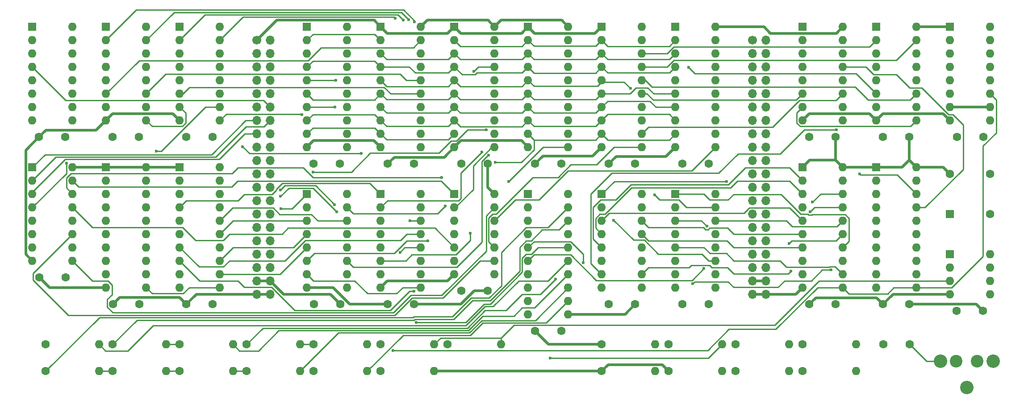
<source format=gbr>
%TF.GenerationSoftware,KiCad,Pcbnew,(5.1.8)-1*%
%TF.CreationDate,2020-12-28T18:18:32+00:00*%
%TF.ProjectId,sound-board,736f756e-642d-4626-9f61-72642e6b6963,rev?*%
%TF.SameCoordinates,Original*%
%TF.FileFunction,Copper,L1,Top*%
%TF.FilePolarity,Positive*%
%FSLAX46Y46*%
G04 Gerber Fmt 4.6, Leading zero omitted, Abs format (unit mm)*
G04 Created by KiCad (PCBNEW (5.1.8)-1) date 2020-12-28 18:18:32*
%MOMM*%
%LPD*%
G01*
G04 APERTURE LIST*
%TA.AperFunction,ComponentPad*%
%ADD10C,1.600000*%
%TD*%
%TA.AperFunction,ComponentPad*%
%ADD11C,2.400000*%
%TD*%
%TA.AperFunction,ComponentPad*%
%ADD12C,2.550000*%
%TD*%
%TA.AperFunction,ComponentPad*%
%ADD13O,1.600000X1.600000*%
%TD*%
%TA.AperFunction,ComponentPad*%
%ADD14R,1.600000X1.600000*%
%TD*%
%TA.AperFunction,ComponentPad*%
%ADD15O,1.700000X1.700000*%
%TD*%
%TA.AperFunction,ComponentPad*%
%ADD16C,1.700000*%
%TD*%
%TA.AperFunction,ViaPad*%
%ADD17C,0.600000*%
%TD*%
%TA.AperFunction,Conductor*%
%ADD18C,0.500000*%
%TD*%
%TA.AperFunction,Conductor*%
%ADD19C,0.250000*%
%TD*%
G04 APERTURE END LIST*
D10*
%TO.P,C6,2*%
%TO.N,+5V*%
X37385000Y-84455000D03*
%TO.P,C6,1*%
%TO.N,GND*%
X32385000Y-84455000D03*
%TD*%
%TO.P,C1,2*%
%TO.N,Net-(C1-Pad2)*%
X164545000Y-123825000D03*
%TO.P,C1,1*%
%TO.N,Net-(C1-Pad1)*%
X169545000Y-123825000D03*
%TD*%
%TO.P,C25,2*%
%TO.N,+5V*%
X75565000Y-89535000D03*
%TO.P,C25,1*%
%TO.N,GND*%
X70565000Y-89535000D03*
%TD*%
%TO.P,C24,2*%
%TO.N,+5V*%
X103505000Y-89535000D03*
%TO.P,C24,1*%
%TO.N,GND*%
X98505000Y-89535000D03*
%TD*%
%TO.P,C23,2*%
%TO.N,+5V*%
X89535000Y-89535000D03*
%TO.P,C23,1*%
%TO.N,GND*%
X84535000Y-89535000D03*
%TD*%
%TO.P,C22,2*%
%TO.N,+5V*%
X117475000Y-89535000D03*
%TO.P,C22,1*%
%TO.N,GND*%
X112475000Y-89535000D03*
%TD*%
%TO.P,C21,2*%
%TO.N,+5V*%
X131445000Y-89535000D03*
%TO.P,C21,1*%
%TO.N,GND*%
X126445000Y-89535000D03*
%TD*%
%TO.P,C20,2*%
%TO.N,+5V*%
X61515000Y-89535000D03*
%TO.P,C20,1*%
%TO.N,GND*%
X56515000Y-89535000D03*
%TD*%
%TO.P,C19,2*%
%TO.N,+5V*%
X103505000Y-121285000D03*
%TO.P,C19,1*%
%TO.N,GND*%
X98505000Y-121285000D03*
%TD*%
%TO.P,C18,2*%
%TO.N,+5V*%
X169465000Y-84455000D03*
%TO.P,C18,1*%
%TO.N,GND*%
X164465000Y-84455000D03*
%TD*%
%TO.P,C17,2*%
%TO.N,+5V*%
X117475000Y-116205000D03*
%TO.P,C17,1*%
%TO.N,GND*%
X112475000Y-116205000D03*
%TD*%
%TO.P,C16,2*%
%TO.N,+5V*%
X155495000Y-84455000D03*
%TO.P,C16,1*%
%TO.N,GND*%
X150495000Y-84455000D03*
%TD*%
%TO.P,C15,2*%
%TO.N,+5V*%
X183435000Y-117475000D03*
%TO.P,C15,1*%
%TO.N,GND*%
X178435000Y-117475000D03*
%TD*%
%TO.P,C14,2*%
%TO.N,+5V*%
X131445000Y-116205000D03*
%TO.P,C14,1*%
%TO.N,GND*%
X126445000Y-116205000D03*
%TD*%
%TO.P,C13,2*%
%TO.N,+5V*%
X183515000Y-84455000D03*
%TO.P,C13,1*%
%TO.N,GND*%
X178515000Y-84455000D03*
%TD*%
%TO.P,C12,2*%
%TO.N,+5V*%
X169465000Y-116205000D03*
%TO.P,C12,1*%
%TO.N,GND*%
X164465000Y-116205000D03*
%TD*%
%TO.P,C11,2*%
%TO.N,+5V*%
X155495000Y-116205000D03*
%TO.P,C11,1*%
%TO.N,GND*%
X150495000Y-116205000D03*
%TD*%
%TO.P,C10,2*%
%TO.N,+5V*%
X89535000Y-113665000D03*
%TO.P,C10,1*%
%TO.N,GND*%
X84535000Y-113665000D03*
%TD*%
%TO.P,C9,2*%
%TO.N,+5V*%
X37385000Y-116205000D03*
%TO.P,C9,1*%
%TO.N,GND*%
X32385000Y-116205000D03*
%TD*%
%TO.P,C8,2*%
%TO.N,+5V*%
X61595000Y-116205000D03*
%TO.P,C8,1*%
%TO.N,GND*%
X56595000Y-116205000D03*
%TD*%
%TO.P,C7,2*%
%TO.N,+5V*%
X23495000Y-116205000D03*
%TO.P,C7,1*%
%TO.N,GND*%
X18495000Y-116205000D03*
%TD*%
%TO.P,C5,2*%
%TO.N,+5V*%
X9525000Y-111125000D03*
%TO.P,C5,1*%
%TO.N,GND*%
X4525000Y-111125000D03*
%TD*%
%TO.P,C4,2*%
%TO.N,+5V*%
X23415000Y-84455000D03*
%TO.P,C4,1*%
%TO.N,GND*%
X18415000Y-84455000D03*
%TD*%
%TO.P,C3,2*%
%TO.N,+5V*%
X9445000Y-84455000D03*
%TO.P,C3,1*%
%TO.N,GND*%
X4445000Y-84455000D03*
%TD*%
%TO.P,C2,2*%
%TO.N,+5V*%
X75565000Y-116205000D03*
%TO.P,C2,1*%
%TO.N,GND*%
X70565000Y-116205000D03*
%TD*%
D11*
%TO.P,J3,11*%
%TO.N,N/C*%
X178340000Y-127025000D03*
%TO.P,J3,10*%
X182340000Y-127025000D03*
D12*
%TO.P,J3,3*%
%TO.N,Net-(C1-Pad1)*%
X175340000Y-127025000D03*
%TO.P,J3,2*%
X185340000Y-127025000D03*
%TO.P,J3,1*%
%TO.N,GND*%
X180340000Y-132025000D03*
%TD*%
D13*
%TO.P,U24,8*%
%TO.N,+5V*%
X184785000Y-106680000D03*
%TO.P,U24,4*%
%TO.N,GND*%
X177165000Y-114300000D03*
%TO.P,U24,7*%
%TO.N,N/C*%
X184785000Y-109220000D03*
%TO.P,U24,3*%
%TO.N,ANALOG_OUT*%
X177165000Y-111760000D03*
%TO.P,U24,6*%
%TO.N,N/C*%
X184785000Y-111760000D03*
%TO.P,U24,2*%
%TO.N,Net-(C1-Pad2)*%
X177165000Y-109220000D03*
%TO.P,U24,5*%
%TO.N,N/C*%
X184785000Y-114300000D03*
D14*
%TO.P,U24,1*%
%TO.N,Net-(C1-Pad2)*%
X177165000Y-106680000D03*
%TD*%
D13*
%TO.P,R22,2*%
%TO.N,GND*%
X79375000Y-128905000D03*
D10*
%TO.P,R22,1*%
%TO.N,ANALOG_OUT*%
X69215000Y-128905000D03*
%TD*%
D13*
%TO.P,R20,2*%
%TO.N,ANALOG_OUT*%
X92075000Y-123825000D03*
D10*
%TO.P,R20,1*%
%TO.N,+5V*%
X81915000Y-123825000D03*
%TD*%
%TO.P,X1,4*%
%TO.N,GND*%
X184785000Y-99060000D03*
%TO.P,X1,5*%
%TO.N,CLK_1M*%
X184785000Y-91440000D03*
%TO.P,X1,8*%
%TO.N,+5V*%
X177165000Y-91440000D03*
D14*
%TO.P,X1,1*%
%TO.N,Net-(X1-Pad1)*%
X177165000Y-99060000D03*
%TD*%
D13*
%TO.P,U23,16*%
%TO.N,+5V*%
X132715000Y-95250000D03*
%TO.P,U23,8*%
%TO.N,GND*%
X125095000Y-113030000D03*
%TO.P,U23,15*%
%TO.N,/Wave Generator B/ADD14*%
X132715000Y-97790000D03*
%TO.P,U23,7*%
%TO.N,/Wave Generator B/CARRY2*%
X125095000Y-110490000D03*
%TO.P,U23,14*%
%TO.N,/Wave Generator B/COUNT14*%
X132715000Y-100330000D03*
%TO.P,U23,6*%
%TO.N,/Wave Generator B/ADD12*%
X125095000Y-107950000D03*
%TO.P,U23,13*%
%TO.N,/Wave Generator B/SUM14*%
X132715000Y-102870000D03*
%TO.P,U23,5*%
%TO.N,/Wave Generator B/COUNT12*%
X125095000Y-105410000D03*
%TO.P,U23,12*%
%TO.N,/Wave Generator B/COUNT15*%
X132715000Y-105410000D03*
%TO.P,U23,4*%
%TO.N,/Wave Generator B/SUM12*%
X125095000Y-102870000D03*
%TO.P,U23,11*%
%TO.N,/Wave Generator B/ADD15*%
X132715000Y-107950000D03*
%TO.P,U23,3*%
%TO.N,/Wave Generator B/COUNT13*%
X125095000Y-100330000D03*
%TO.P,U23,10*%
%TO.N,/Wave Generator B/SUM15*%
X132715000Y-110490000D03*
%TO.P,U23,2*%
%TO.N,/Wave Generator B/ADD13*%
X125095000Y-97790000D03*
%TO.P,U23,9*%
%TO.N,Net-(U23-Pad9)*%
X132715000Y-113030000D03*
D14*
%TO.P,U23,1*%
%TO.N,/Wave Generator B/SUM13*%
X125095000Y-95250000D03*
%TD*%
D13*
%TO.P,U22,16*%
%TO.N,+5V*%
X118745000Y-95250000D03*
%TO.P,U22,8*%
%TO.N,GND*%
X111125000Y-113030000D03*
%TO.P,U22,15*%
%TO.N,/Wave Generator B/ADD10*%
X118745000Y-97790000D03*
%TO.P,U22,7*%
%TO.N,/Wave Generator B/CARRY1*%
X111125000Y-110490000D03*
%TO.P,U22,14*%
%TO.N,/Wave Generator B/COUNT10*%
X118745000Y-100330000D03*
%TO.P,U22,6*%
%TO.N,/Wave Generator B/ADD8*%
X111125000Y-107950000D03*
%TO.P,U22,13*%
%TO.N,/Wave Generator B/SUM10*%
X118745000Y-102870000D03*
%TO.P,U22,5*%
%TO.N,/Wave Generator B/COUNT8*%
X111125000Y-105410000D03*
%TO.P,U22,12*%
%TO.N,/Wave Generator B/COUNT11*%
X118745000Y-105410000D03*
%TO.P,U22,4*%
%TO.N,/Wave Generator B/SUM8*%
X111125000Y-102870000D03*
%TO.P,U22,11*%
%TO.N,/Wave Generator B/ADD11*%
X118745000Y-107950000D03*
%TO.P,U22,3*%
%TO.N,/Wave Generator B/COUNT9*%
X111125000Y-100330000D03*
%TO.P,U22,10*%
%TO.N,/Wave Generator B/SUM11*%
X118745000Y-110490000D03*
%TO.P,U22,2*%
%TO.N,/Wave Generator B/ADD9*%
X111125000Y-97790000D03*
%TO.P,U22,9*%
%TO.N,/Wave Generator B/CARRY2*%
X118745000Y-113030000D03*
D14*
%TO.P,U22,1*%
%TO.N,/Wave Generator B/SUM9*%
X111125000Y-95250000D03*
%TD*%
D13*
%TO.P,U21,16*%
%TO.N,+5V*%
X156845000Y-63500000D03*
%TO.P,U21,8*%
%TO.N,GND*%
X149225000Y-81280000D03*
%TO.P,U21,15*%
%TO.N,/Wave Generator B/ADD6*%
X156845000Y-66040000D03*
%TO.P,U21,7*%
%TO.N,/Wave Generator B/CARRY0*%
X149225000Y-78740000D03*
%TO.P,U21,14*%
%TO.N,/Wave Generator B/COUNT6*%
X156845000Y-68580000D03*
%TO.P,U21,6*%
%TO.N,/Wave Generator B/ADD4*%
X149225000Y-76200000D03*
%TO.P,U21,13*%
%TO.N,/Wave Generator B/SUM6*%
X156845000Y-71120000D03*
%TO.P,U21,5*%
%TO.N,/Wave Generator B/COUNT4*%
X149225000Y-73660000D03*
%TO.P,U21,12*%
%TO.N,/Wave Generator B/COUNT7*%
X156845000Y-73660000D03*
%TO.P,U21,4*%
%TO.N,/Wave Generator B/SUM4*%
X149225000Y-71120000D03*
%TO.P,U21,11*%
%TO.N,/Wave Generator B/ADD7*%
X156845000Y-76200000D03*
%TO.P,U21,3*%
%TO.N,/Wave Generator B/COUNT5*%
X149225000Y-68580000D03*
%TO.P,U21,10*%
%TO.N,/Wave Generator B/SUM7*%
X156845000Y-78740000D03*
%TO.P,U21,2*%
%TO.N,/Wave Generator B/ADD5*%
X149225000Y-66040000D03*
%TO.P,U21,9*%
%TO.N,/Wave Generator B/CARRY1*%
X156845000Y-81280000D03*
D14*
%TO.P,U21,1*%
%TO.N,/Wave Generator B/SUM5*%
X149225000Y-63500000D03*
%TD*%
D13*
%TO.P,U20,16*%
%TO.N,+5V*%
X170815000Y-63500000D03*
%TO.P,U20,8*%
%TO.N,GND*%
X163195000Y-81280000D03*
%TO.P,U20,15*%
%TO.N,/Wave Generator B/ADD2*%
X170815000Y-66040000D03*
%TO.P,U20,7*%
%TO.N,Net-(U20-Pad7)*%
X163195000Y-78740000D03*
%TO.P,U20,14*%
%TO.N,/Wave Generator B/COUNT2*%
X170815000Y-68580000D03*
%TO.P,U20,6*%
%TO.N,/Wave Generator B/ADD0*%
X163195000Y-76200000D03*
%TO.P,U20,13*%
%TO.N,/Wave Generator B/SUM2*%
X170815000Y-71120000D03*
%TO.P,U20,5*%
%TO.N,/Wave Generator B/COUNT0*%
X163195000Y-73660000D03*
%TO.P,U20,12*%
%TO.N,/Wave Generator B/COUNT3*%
X170815000Y-73660000D03*
%TO.P,U20,4*%
%TO.N,/Wave Generator B/SUM0*%
X163195000Y-71120000D03*
%TO.P,U20,11*%
%TO.N,/Wave Generator B/ADD3*%
X170815000Y-76200000D03*
%TO.P,U20,3*%
%TO.N,/Wave Generator B/COUNT1*%
X163195000Y-68580000D03*
%TO.P,U20,10*%
%TO.N,/Wave Generator B/SUM3*%
X170815000Y-78740000D03*
%TO.P,U20,2*%
%TO.N,/Wave Generator B/ADD1*%
X163195000Y-66040000D03*
%TO.P,U20,9*%
%TO.N,/Wave Generator B/CARRY0*%
X170815000Y-81280000D03*
D14*
%TO.P,U20,1*%
%TO.N,/Wave Generator B/SUM1*%
X163195000Y-63500000D03*
%TD*%
D13*
%TO.P,U19,20*%
%TO.N,+5V*%
X132715000Y-63500000D03*
%TO.P,U19,10*%
%TO.N,GND*%
X125095000Y-86360000D03*
%TO.P,U19,19*%
%TO.N,DIGITAL_B_0*%
X132715000Y-66040000D03*
%TO.P,U19,9*%
%TO.N,D7*%
X125095000Y-83820000D03*
%TO.P,U19,18*%
%TO.N,DIGITAL_B_1*%
X132715000Y-68580000D03*
%TO.P,U19,8*%
%TO.N,D6*%
X125095000Y-81280000D03*
%TO.P,U19,17*%
%TO.N,DIGITAL_B_2*%
X132715000Y-71120000D03*
%TO.P,U19,7*%
%TO.N,D5*%
X125095000Y-78740000D03*
%TO.P,U19,16*%
%TO.N,DIGITAL_B_3*%
X132715000Y-73660000D03*
%TO.P,U19,6*%
%TO.N,D4*%
X125095000Y-76200000D03*
%TO.P,U19,15*%
%TO.N,Net-(U19-Pad15)*%
X132715000Y-76200000D03*
%TO.P,U19,5*%
%TO.N,D3*%
X125095000Y-73660000D03*
%TO.P,U19,14*%
%TO.N,Net-(U19-Pad14)*%
X132715000Y-78740000D03*
%TO.P,U19,4*%
%TO.N,D2*%
X125095000Y-71120000D03*
%TO.P,U19,13*%
%TO.N,Net-(U19-Pad13)*%
X132715000Y-81280000D03*
%TO.P,U19,3*%
%TO.N,D1*%
X125095000Y-68580000D03*
%TO.P,U19,12*%
%TO.N,Net-(U19-Pad12)*%
X132715000Y-83820000D03*
%TO.P,U19,2*%
%TO.N,D0*%
X125095000Y-66040000D03*
%TO.P,U19,11*%
%TO.N,VB_SELECT*%
X132715000Y-86360000D03*
D14*
%TO.P,U19,1*%
%TO.N,/Wave Generator B/COUNT15*%
X125095000Y-63500000D03*
%TD*%
D13*
%TO.P,U18,20*%
%TO.N,+5V*%
X156845000Y-90170000D03*
%TO.P,U18,10*%
%TO.N,GND*%
X149225000Y-113030000D03*
%TO.P,U18,19*%
%TO.N,/Wave Generator B/COUNT15*%
X156845000Y-92710000D03*
%TO.P,U18,9*%
%TO.N,/Wave Generator B/COUNT11*%
X149225000Y-110490000D03*
%TO.P,U18,18*%
%TO.N,/Wave Generator B/SUM15*%
X156845000Y-95250000D03*
%TO.P,U18,8*%
%TO.N,/Wave Generator B/SUM11*%
X149225000Y-107950000D03*
%TO.P,U18,17*%
%TO.N,/Wave Generator B/SUM14*%
X156845000Y-97790000D03*
%TO.P,U18,7*%
%TO.N,/Wave Generator B/SUM10*%
X149225000Y-105410000D03*
%TO.P,U18,16*%
%TO.N,/Wave Generator B/COUNT14*%
X156845000Y-100330000D03*
%TO.P,U18,6*%
%TO.N,/Wave Generator B/COUNT10*%
X149225000Y-102870000D03*
%TO.P,U18,15*%
%TO.N,/Wave Generator B/COUNT13*%
X156845000Y-102870000D03*
%TO.P,U18,5*%
%TO.N,/Wave Generator B/COUNT9*%
X149225000Y-100330000D03*
%TO.P,U18,14*%
%TO.N,/Wave Generator B/SUM13*%
X156845000Y-105410000D03*
%TO.P,U18,4*%
%TO.N,/Wave Generator B/SUM9*%
X149225000Y-97790000D03*
%TO.P,U18,13*%
%TO.N,/Wave Generator B/SUM12*%
X156845000Y-107950000D03*
%TO.P,U18,3*%
%TO.N,/Wave Generator B/SUM8*%
X149225000Y-95250000D03*
%TO.P,U18,12*%
%TO.N,/Wave Generator B/COUNT12*%
X156845000Y-110490000D03*
%TO.P,U18,2*%
%TO.N,/Wave Generator B/COUNT8*%
X149225000Y-92710000D03*
%TO.P,U18,11*%
%TO.N,CLK_62K5*%
X156845000Y-113030000D03*
D14*
%TO.P,U18,1*%
%TO.N,+5V*%
X149225000Y-90170000D03*
%TD*%
D13*
%TO.P,U17,20*%
%TO.N,+5V*%
X170815000Y-90170000D03*
%TO.P,U17,10*%
%TO.N,GND*%
X163195000Y-113030000D03*
%TO.P,U17,19*%
%TO.N,/Wave Generator B/COUNT7*%
X170815000Y-92710000D03*
%TO.P,U17,9*%
%TO.N,/Wave Generator B/COUNT3*%
X163195000Y-110490000D03*
%TO.P,U17,18*%
%TO.N,/Wave Generator B/SUM7*%
X170815000Y-95250000D03*
%TO.P,U17,8*%
%TO.N,/Wave Generator B/SUM3*%
X163195000Y-107950000D03*
%TO.P,U17,17*%
%TO.N,/Wave Generator B/SUM6*%
X170815000Y-97790000D03*
%TO.P,U17,7*%
%TO.N,/Wave Generator B/SUM2*%
X163195000Y-105410000D03*
%TO.P,U17,16*%
%TO.N,/Wave Generator B/COUNT6*%
X170815000Y-100330000D03*
%TO.P,U17,6*%
%TO.N,/Wave Generator B/COUNT2*%
X163195000Y-102870000D03*
%TO.P,U17,15*%
%TO.N,/Wave Generator B/COUNT5*%
X170815000Y-102870000D03*
%TO.P,U17,5*%
%TO.N,/Wave Generator B/COUNT1*%
X163195000Y-100330000D03*
%TO.P,U17,14*%
%TO.N,/Wave Generator B/SUM5*%
X170815000Y-105410000D03*
%TO.P,U17,4*%
%TO.N,/Wave Generator B/SUM1*%
X163195000Y-97790000D03*
%TO.P,U17,13*%
%TO.N,/Wave Generator B/SUM4*%
X170815000Y-107950000D03*
%TO.P,U17,3*%
%TO.N,/Wave Generator B/SUM0*%
X163195000Y-95250000D03*
%TO.P,U17,12*%
%TO.N,/Wave Generator B/COUNT4*%
X170815000Y-110490000D03*
%TO.P,U17,2*%
%TO.N,/Wave Generator B/COUNT0*%
X163195000Y-92710000D03*
%TO.P,U17,11*%
%TO.N,CLK_62K5*%
X170815000Y-113030000D03*
D14*
%TO.P,U17,1*%
%TO.N,+5V*%
X163195000Y-90170000D03*
%TD*%
D13*
%TO.P,U16,20*%
%TO.N,+5V*%
X104775000Y-63500000D03*
%TO.P,U16,10*%
%TO.N,GND*%
X97155000Y-86360000D03*
%TO.P,U16,19*%
%TO.N,/Wave Generator B/ADD8*%
X104775000Y-66040000D03*
%TO.P,U16,9*%
%TO.N,D7*%
X97155000Y-83820000D03*
%TO.P,U16,18*%
%TO.N,/Wave Generator B/ADD9*%
X104775000Y-68580000D03*
%TO.P,U16,8*%
%TO.N,D6*%
X97155000Y-81280000D03*
%TO.P,U16,17*%
%TO.N,/Wave Generator B/ADD10*%
X104775000Y-71120000D03*
%TO.P,U16,7*%
%TO.N,D5*%
X97155000Y-78740000D03*
%TO.P,U16,16*%
%TO.N,/Wave Generator B/ADD11*%
X104775000Y-73660000D03*
%TO.P,U16,6*%
%TO.N,D4*%
X97155000Y-76200000D03*
%TO.P,U16,15*%
%TO.N,/Wave Generator B/ADD12*%
X104775000Y-76200000D03*
%TO.P,U16,5*%
%TO.N,D3*%
X97155000Y-73660000D03*
%TO.P,U16,14*%
%TO.N,/Wave Generator B/ADD13*%
X104775000Y-78740000D03*
%TO.P,U16,4*%
%TO.N,D2*%
X97155000Y-71120000D03*
%TO.P,U16,13*%
%TO.N,/Wave Generator B/ADD14*%
X104775000Y-81280000D03*
%TO.P,U16,3*%
%TO.N,D1*%
X97155000Y-68580000D03*
%TO.P,U16,12*%
%TO.N,/Wave Generator B/ADD15*%
X104775000Y-83820000D03*
%TO.P,U16,2*%
%TO.N,D0*%
X97155000Y-66040000D03*
%TO.P,U16,11*%
%TO.N,FB_H_SELECT*%
X104775000Y-86360000D03*
D14*
%TO.P,U16,1*%
%TO.N,GND*%
X97155000Y-63500000D03*
%TD*%
D13*
%TO.P,U15,20*%
%TO.N,+5V*%
X118745000Y-63500000D03*
%TO.P,U15,10*%
%TO.N,GND*%
X111125000Y-86360000D03*
%TO.P,U15,19*%
%TO.N,/Wave Generator B/ADD0*%
X118745000Y-66040000D03*
%TO.P,U15,9*%
%TO.N,D7*%
X111125000Y-83820000D03*
%TO.P,U15,18*%
%TO.N,/Wave Generator B/ADD1*%
X118745000Y-68580000D03*
%TO.P,U15,8*%
%TO.N,D6*%
X111125000Y-81280000D03*
%TO.P,U15,17*%
%TO.N,/Wave Generator B/ADD2*%
X118745000Y-71120000D03*
%TO.P,U15,7*%
%TO.N,D5*%
X111125000Y-78740000D03*
%TO.P,U15,16*%
%TO.N,/Wave Generator B/ADD3*%
X118745000Y-73660000D03*
%TO.P,U15,6*%
%TO.N,D4*%
X111125000Y-76200000D03*
%TO.P,U15,15*%
%TO.N,/Wave Generator B/ADD4*%
X118745000Y-76200000D03*
%TO.P,U15,5*%
%TO.N,D3*%
X111125000Y-73660000D03*
%TO.P,U15,14*%
%TO.N,/Wave Generator B/ADD5*%
X118745000Y-78740000D03*
%TO.P,U15,4*%
%TO.N,D2*%
X111125000Y-71120000D03*
%TO.P,U15,13*%
%TO.N,/Wave Generator B/ADD6*%
X118745000Y-81280000D03*
%TO.P,U15,3*%
%TO.N,D1*%
X111125000Y-68580000D03*
%TO.P,U15,12*%
%TO.N,/Wave Generator B/ADD7*%
X118745000Y-83820000D03*
%TO.P,U15,2*%
%TO.N,D0*%
X111125000Y-66040000D03*
%TO.P,U15,11*%
%TO.N,FB_L_SELECT*%
X118745000Y-86360000D03*
D14*
%TO.P,U15,1*%
%TO.N,GND*%
X111125000Y-63500000D03*
%TD*%
D13*
%TO.P,U14,16*%
%TO.N,+5V*%
X62865000Y-95250000D03*
%TO.P,U14,8*%
%TO.N,GND*%
X55245000Y-113030000D03*
%TO.P,U14,15*%
%TO.N,/Wave Generator A/ADD14*%
X62865000Y-97790000D03*
%TO.P,U14,7*%
%TO.N,/Wave Generator A/CARRY2*%
X55245000Y-110490000D03*
%TO.P,U14,14*%
%TO.N,/Wave Generator A/COUNT14*%
X62865000Y-100330000D03*
%TO.P,U14,6*%
%TO.N,/Wave Generator A/ADD12*%
X55245000Y-107950000D03*
%TO.P,U14,13*%
%TO.N,/Wave Generator A/SUM14*%
X62865000Y-102870000D03*
%TO.P,U14,5*%
%TO.N,/Wave Generator A/COUNT12*%
X55245000Y-105410000D03*
%TO.P,U14,12*%
%TO.N,/Wave Generator A/COUNT15*%
X62865000Y-105410000D03*
%TO.P,U14,4*%
%TO.N,/Wave Generator A/SUM12*%
X55245000Y-102870000D03*
%TO.P,U14,11*%
%TO.N,/Wave Generator A/ADD15*%
X62865000Y-107950000D03*
%TO.P,U14,3*%
%TO.N,/Wave Generator A/COUNT13*%
X55245000Y-100330000D03*
%TO.P,U14,10*%
%TO.N,/Wave Generator A/SUM15*%
X62865000Y-110490000D03*
%TO.P,U14,2*%
%TO.N,/Wave Generator A/ADD13*%
X55245000Y-97790000D03*
%TO.P,U14,9*%
%TO.N,Net-(U14-Pad9)*%
X62865000Y-113030000D03*
D14*
%TO.P,U14,1*%
%TO.N,/Wave Generator A/SUM13*%
X55245000Y-95250000D03*
%TD*%
D13*
%TO.P,U13,16*%
%TO.N,+5V*%
X76835000Y-95250000D03*
%TO.P,U13,8*%
%TO.N,GND*%
X69215000Y-113030000D03*
%TO.P,U13,15*%
%TO.N,/Wave Generator A/ADD10*%
X76835000Y-97790000D03*
%TO.P,U13,7*%
%TO.N,/Wave Generator A/CARRY1*%
X69215000Y-110490000D03*
%TO.P,U13,14*%
%TO.N,/Wave Generator A/COUNT10*%
X76835000Y-100330000D03*
%TO.P,U13,6*%
%TO.N,/Wave Generator A/ADD8*%
X69215000Y-107950000D03*
%TO.P,U13,13*%
%TO.N,/Wave Generator A/SUM10*%
X76835000Y-102870000D03*
%TO.P,U13,5*%
%TO.N,/Wave Generator A/COUNT8*%
X69215000Y-105410000D03*
%TO.P,U13,12*%
%TO.N,/Wave Generator A/COUNT11*%
X76835000Y-105410000D03*
%TO.P,U13,4*%
%TO.N,/Wave Generator A/SUM8*%
X69215000Y-102870000D03*
%TO.P,U13,11*%
%TO.N,/Wave Generator A/ADD11*%
X76835000Y-107950000D03*
%TO.P,U13,3*%
%TO.N,/Wave Generator A/COUNT9*%
X69215000Y-100330000D03*
%TO.P,U13,10*%
%TO.N,/Wave Generator A/SUM11*%
X76835000Y-110490000D03*
%TO.P,U13,2*%
%TO.N,/Wave Generator A/ADD9*%
X69215000Y-97790000D03*
%TO.P,U13,9*%
%TO.N,/Wave Generator A/CARRY2*%
X76835000Y-113030000D03*
D14*
%TO.P,U13,1*%
%TO.N,/Wave Generator A/SUM9*%
X69215000Y-95250000D03*
%TD*%
D13*
%TO.P,U12,16*%
%TO.N,+5V*%
X38735000Y-63500000D03*
%TO.P,U12,8*%
%TO.N,GND*%
X31115000Y-81280000D03*
%TO.P,U12,15*%
%TO.N,/Wave Generator A/ADD6*%
X38735000Y-66040000D03*
%TO.P,U12,7*%
%TO.N,/Wave Generator A/CARRY0*%
X31115000Y-78740000D03*
%TO.P,U12,14*%
%TO.N,/Wave Generator A/COUNT6*%
X38735000Y-68580000D03*
%TO.P,U12,6*%
%TO.N,/Wave Generator A/ADD4*%
X31115000Y-76200000D03*
%TO.P,U12,13*%
%TO.N,/Wave Generator A/SUM6*%
X38735000Y-71120000D03*
%TO.P,U12,5*%
%TO.N,/Wave Generator A/COUNT4*%
X31115000Y-73660000D03*
%TO.P,U12,12*%
%TO.N,/Wave Generator A/COUNT7*%
X38735000Y-73660000D03*
%TO.P,U12,4*%
%TO.N,/Wave Generator A/SUM4*%
X31115000Y-71120000D03*
%TO.P,U12,11*%
%TO.N,/Wave Generator A/ADD7*%
X38735000Y-76200000D03*
%TO.P,U12,3*%
%TO.N,/Wave Generator A/COUNT5*%
X31115000Y-68580000D03*
%TO.P,U12,10*%
%TO.N,/Wave Generator A/SUM7*%
X38735000Y-78740000D03*
%TO.P,U12,2*%
%TO.N,/Wave Generator A/ADD5*%
X31115000Y-66040000D03*
%TO.P,U12,9*%
%TO.N,/Wave Generator A/CARRY1*%
X38735000Y-81280000D03*
D14*
%TO.P,U12,1*%
%TO.N,/Wave Generator A/SUM5*%
X31115000Y-63500000D03*
%TD*%
D13*
%TO.P,U11,16*%
%TO.N,+5V*%
X24765000Y-63500000D03*
%TO.P,U11,8*%
%TO.N,GND*%
X17145000Y-81280000D03*
%TO.P,U11,15*%
%TO.N,/Wave Generator A/ADD2*%
X24765000Y-66040000D03*
%TO.P,U11,7*%
%TO.N,Net-(U11-Pad7)*%
X17145000Y-78740000D03*
%TO.P,U11,14*%
%TO.N,/Wave Generator A/COUNT2*%
X24765000Y-68580000D03*
%TO.P,U11,6*%
%TO.N,/Wave Generator A/ADD0*%
X17145000Y-76200000D03*
%TO.P,U11,13*%
%TO.N,/Wave Generator A/SUM2*%
X24765000Y-71120000D03*
%TO.P,U11,5*%
%TO.N,/Wave Generator A/COUNT0*%
X17145000Y-73660000D03*
%TO.P,U11,12*%
%TO.N,/Wave Generator A/COUNT3*%
X24765000Y-73660000D03*
%TO.P,U11,4*%
%TO.N,/Wave Generator A/SUM0*%
X17145000Y-71120000D03*
%TO.P,U11,11*%
%TO.N,/Wave Generator A/ADD3*%
X24765000Y-76200000D03*
%TO.P,U11,3*%
%TO.N,/Wave Generator A/COUNT1*%
X17145000Y-68580000D03*
%TO.P,U11,10*%
%TO.N,/Wave Generator A/SUM3*%
X24765000Y-78740000D03*
%TO.P,U11,2*%
%TO.N,/Wave Generator A/ADD1*%
X17145000Y-66040000D03*
%TO.P,U11,9*%
%TO.N,/Wave Generator A/CARRY0*%
X24765000Y-81280000D03*
D14*
%TO.P,U11,1*%
%TO.N,/Wave Generator A/SUM1*%
X17145000Y-63500000D03*
%TD*%
D13*
%TO.P,U10,20*%
%TO.N,+5V*%
X62865000Y-63500000D03*
%TO.P,U10,10*%
%TO.N,GND*%
X55245000Y-86360000D03*
%TO.P,U10,19*%
%TO.N,DIGITAL_A_0*%
X62865000Y-66040000D03*
%TO.P,U10,9*%
%TO.N,D7*%
X55245000Y-83820000D03*
%TO.P,U10,18*%
%TO.N,DIGITAL_A_1*%
X62865000Y-68580000D03*
%TO.P,U10,8*%
%TO.N,D6*%
X55245000Y-81280000D03*
%TO.P,U10,17*%
%TO.N,DIGITAL_A_2*%
X62865000Y-71120000D03*
%TO.P,U10,7*%
%TO.N,D5*%
X55245000Y-78740000D03*
%TO.P,U10,16*%
%TO.N,DIGITAL_A_3*%
X62865000Y-73660000D03*
%TO.P,U10,6*%
%TO.N,D4*%
X55245000Y-76200000D03*
%TO.P,U10,15*%
%TO.N,Net-(U10-Pad15)*%
X62865000Y-76200000D03*
%TO.P,U10,5*%
%TO.N,D3*%
X55245000Y-73660000D03*
%TO.P,U10,14*%
%TO.N,Net-(U10-Pad14)*%
X62865000Y-78740000D03*
%TO.P,U10,4*%
%TO.N,D2*%
X55245000Y-71120000D03*
%TO.P,U10,13*%
%TO.N,Net-(U10-Pad13)*%
X62865000Y-81280000D03*
%TO.P,U10,3*%
%TO.N,D1*%
X55245000Y-68580000D03*
%TO.P,U10,12*%
%TO.N,Net-(U10-Pad12)*%
X62865000Y-83820000D03*
%TO.P,U10,2*%
%TO.N,D0*%
X55245000Y-66040000D03*
%TO.P,U10,11*%
%TO.N,VA_SELECT*%
X62865000Y-86360000D03*
D14*
%TO.P,U10,1*%
%TO.N,/Wave Generator A/COUNT15*%
X55245000Y-63500000D03*
%TD*%
D13*
%TO.P,U9,20*%
%TO.N,+5V*%
X38735000Y-90170000D03*
%TO.P,U9,10*%
%TO.N,GND*%
X31115000Y-113030000D03*
%TO.P,U9,19*%
%TO.N,/Wave Generator A/COUNT15*%
X38735000Y-92710000D03*
%TO.P,U9,9*%
%TO.N,/Wave Generator A/COUNT11*%
X31115000Y-110490000D03*
%TO.P,U9,18*%
%TO.N,/Wave Generator A/SUM15*%
X38735000Y-95250000D03*
%TO.P,U9,8*%
%TO.N,/Wave Generator A/SUM11*%
X31115000Y-107950000D03*
%TO.P,U9,17*%
%TO.N,/Wave Generator A/SUM14*%
X38735000Y-97790000D03*
%TO.P,U9,7*%
%TO.N,/Wave Generator A/SUM10*%
X31115000Y-105410000D03*
%TO.P,U9,16*%
%TO.N,/Wave Generator A/COUNT14*%
X38735000Y-100330000D03*
%TO.P,U9,6*%
%TO.N,/Wave Generator A/COUNT10*%
X31115000Y-102870000D03*
%TO.P,U9,15*%
%TO.N,/Wave Generator A/COUNT13*%
X38735000Y-102870000D03*
%TO.P,U9,5*%
%TO.N,/Wave Generator A/COUNT9*%
X31115000Y-100330000D03*
%TO.P,U9,14*%
%TO.N,/Wave Generator A/SUM13*%
X38735000Y-105410000D03*
%TO.P,U9,4*%
%TO.N,/Wave Generator A/SUM9*%
X31115000Y-97790000D03*
%TO.P,U9,13*%
%TO.N,/Wave Generator A/SUM12*%
X38735000Y-107950000D03*
%TO.P,U9,3*%
%TO.N,/Wave Generator A/SUM8*%
X31115000Y-95250000D03*
%TO.P,U9,12*%
%TO.N,/Wave Generator A/COUNT12*%
X38735000Y-110490000D03*
%TO.P,U9,2*%
%TO.N,/Wave Generator A/COUNT8*%
X31115000Y-92710000D03*
%TO.P,U9,11*%
%TO.N,CLK_62K5*%
X38735000Y-113030000D03*
D14*
%TO.P,U9,1*%
%TO.N,+5V*%
X31115000Y-90170000D03*
%TD*%
D13*
%TO.P,U8,20*%
%TO.N,+5V*%
X24765000Y-90170000D03*
%TO.P,U8,10*%
%TO.N,GND*%
X17145000Y-113030000D03*
%TO.P,U8,19*%
%TO.N,/Wave Generator A/COUNT7*%
X24765000Y-92710000D03*
%TO.P,U8,9*%
%TO.N,/Wave Generator A/COUNT3*%
X17145000Y-110490000D03*
%TO.P,U8,18*%
%TO.N,/Wave Generator A/SUM7*%
X24765000Y-95250000D03*
%TO.P,U8,8*%
%TO.N,/Wave Generator A/SUM3*%
X17145000Y-107950000D03*
%TO.P,U8,17*%
%TO.N,/Wave Generator A/SUM6*%
X24765000Y-97790000D03*
%TO.P,U8,7*%
%TO.N,/Wave Generator A/SUM2*%
X17145000Y-105410000D03*
%TO.P,U8,16*%
%TO.N,/Wave Generator A/COUNT6*%
X24765000Y-100330000D03*
%TO.P,U8,6*%
%TO.N,/Wave Generator A/COUNT2*%
X17145000Y-102870000D03*
%TO.P,U8,15*%
%TO.N,/Wave Generator A/COUNT5*%
X24765000Y-102870000D03*
%TO.P,U8,5*%
%TO.N,/Wave Generator A/COUNT1*%
X17145000Y-100330000D03*
%TO.P,U8,14*%
%TO.N,/Wave Generator A/SUM5*%
X24765000Y-105410000D03*
%TO.P,U8,4*%
%TO.N,/Wave Generator A/SUM1*%
X17145000Y-97790000D03*
%TO.P,U8,13*%
%TO.N,/Wave Generator A/SUM4*%
X24765000Y-107950000D03*
%TO.P,U8,3*%
%TO.N,/Wave Generator A/SUM0*%
X17145000Y-95250000D03*
%TO.P,U8,12*%
%TO.N,/Wave Generator A/COUNT4*%
X24765000Y-110490000D03*
%TO.P,U8,2*%
%TO.N,/Wave Generator A/COUNT0*%
X17145000Y-92710000D03*
%TO.P,U8,11*%
%TO.N,CLK_62K5*%
X24765000Y-113030000D03*
D14*
%TO.P,U8,1*%
%TO.N,+5V*%
X17145000Y-90170000D03*
%TD*%
D13*
%TO.P,U7,20*%
%TO.N,+5V*%
X90805000Y-63500000D03*
%TO.P,U7,10*%
%TO.N,GND*%
X83185000Y-86360000D03*
%TO.P,U7,19*%
%TO.N,/Wave Generator A/ADD8*%
X90805000Y-66040000D03*
%TO.P,U7,9*%
%TO.N,D7*%
X83185000Y-83820000D03*
%TO.P,U7,18*%
%TO.N,/Wave Generator A/ADD9*%
X90805000Y-68580000D03*
%TO.P,U7,8*%
%TO.N,D6*%
X83185000Y-81280000D03*
%TO.P,U7,17*%
%TO.N,/Wave Generator A/ADD10*%
X90805000Y-71120000D03*
%TO.P,U7,7*%
%TO.N,D5*%
X83185000Y-78740000D03*
%TO.P,U7,16*%
%TO.N,/Wave Generator A/ADD11*%
X90805000Y-73660000D03*
%TO.P,U7,6*%
%TO.N,D4*%
X83185000Y-76200000D03*
%TO.P,U7,15*%
%TO.N,/Wave Generator A/ADD12*%
X90805000Y-76200000D03*
%TO.P,U7,5*%
%TO.N,D3*%
X83185000Y-73660000D03*
%TO.P,U7,14*%
%TO.N,/Wave Generator A/ADD13*%
X90805000Y-78740000D03*
%TO.P,U7,4*%
%TO.N,D2*%
X83185000Y-71120000D03*
%TO.P,U7,13*%
%TO.N,/Wave Generator A/ADD14*%
X90805000Y-81280000D03*
%TO.P,U7,3*%
%TO.N,D1*%
X83185000Y-68580000D03*
%TO.P,U7,12*%
%TO.N,/Wave Generator A/ADD15*%
X90805000Y-83820000D03*
%TO.P,U7,2*%
%TO.N,D0*%
X83185000Y-66040000D03*
%TO.P,U7,11*%
%TO.N,FA_H_SELECT*%
X90805000Y-86360000D03*
D14*
%TO.P,U7,1*%
%TO.N,GND*%
X83185000Y-63500000D03*
%TD*%
D13*
%TO.P,U6,20*%
%TO.N,+5V*%
X76835000Y-63500000D03*
%TO.P,U6,10*%
%TO.N,GND*%
X69215000Y-86360000D03*
%TO.P,U6,19*%
%TO.N,/Wave Generator A/ADD0*%
X76835000Y-66040000D03*
%TO.P,U6,9*%
%TO.N,D7*%
X69215000Y-83820000D03*
%TO.P,U6,18*%
%TO.N,/Wave Generator A/ADD1*%
X76835000Y-68580000D03*
%TO.P,U6,8*%
%TO.N,D6*%
X69215000Y-81280000D03*
%TO.P,U6,17*%
%TO.N,/Wave Generator A/ADD2*%
X76835000Y-71120000D03*
%TO.P,U6,7*%
%TO.N,D5*%
X69215000Y-78740000D03*
%TO.P,U6,16*%
%TO.N,/Wave Generator A/ADD3*%
X76835000Y-73660000D03*
%TO.P,U6,6*%
%TO.N,D4*%
X69215000Y-76200000D03*
%TO.P,U6,15*%
%TO.N,/Wave Generator A/ADD4*%
X76835000Y-76200000D03*
%TO.P,U6,5*%
%TO.N,D3*%
X69215000Y-73660000D03*
%TO.P,U6,14*%
%TO.N,/Wave Generator A/ADD5*%
X76835000Y-78740000D03*
%TO.P,U6,4*%
%TO.N,D2*%
X69215000Y-71120000D03*
%TO.P,U6,13*%
%TO.N,/Wave Generator A/ADD6*%
X76835000Y-81280000D03*
%TO.P,U6,3*%
%TO.N,D1*%
X69215000Y-68580000D03*
%TO.P,U6,12*%
%TO.N,/Wave Generator A/ADD7*%
X76835000Y-83820000D03*
%TO.P,U6,2*%
%TO.N,D0*%
X69215000Y-66040000D03*
%TO.P,U6,11*%
%TO.N,FA_L_SELECT*%
X76835000Y-86360000D03*
D14*
%TO.P,U6,1*%
%TO.N,GND*%
X69215000Y-63500000D03*
%TD*%
D13*
%TO.P,U5,16*%
%TO.N,+5V*%
X184785000Y-63500000D03*
%TO.P,U5,8*%
%TO.N,GND*%
X177165000Y-81280000D03*
%TO.P,U5,15*%
%TO.N,Net-(U5-Pad15)*%
X184785000Y-66040000D03*
%TO.P,U5,7*%
%TO.N,+5V*%
X177165000Y-78740000D03*
%TO.P,U5,14*%
%TO.N,CLK_500K*%
X184785000Y-68580000D03*
%TO.P,U5,6*%
%TO.N,Net-(U5-Pad6)*%
X177165000Y-76200000D03*
%TO.P,U5,13*%
%TO.N,CLK_250K*%
X184785000Y-71120000D03*
%TO.P,U5,5*%
%TO.N,Net-(U5-Pad5)*%
X177165000Y-73660000D03*
%TO.P,U5,12*%
%TO.N,CLK_125K*%
X184785000Y-73660000D03*
%TO.P,U5,4*%
%TO.N,Net-(U5-Pad4)*%
X177165000Y-71120000D03*
%TO.P,U5,11*%
%TO.N,CLK_62K5*%
X184785000Y-76200000D03*
%TO.P,U5,3*%
%TO.N,Net-(U5-Pad3)*%
X177165000Y-68580000D03*
%TO.P,U5,10*%
%TO.N,+5V*%
X184785000Y-78740000D03*
%TO.P,U5,2*%
%TO.N,CLK_1M*%
X177165000Y-66040000D03*
%TO.P,U5,9*%
%TO.N,+5V*%
X184785000Y-81280000D03*
D14*
%TO.P,U5,1*%
X177165000Y-63500000D03*
%TD*%
D13*
%TO.P,U4,20*%
%TO.N,+5V*%
X104775000Y-95250000D03*
%TO.P,U4,10*%
%TO.N,GND*%
X97155000Y-118110000D03*
%TO.P,U4,19*%
%TO.N,BUFFERED_A_0*%
X104775000Y-97790000D03*
%TO.P,U4,9*%
%TO.N,DIGITAL_B_3*%
X97155000Y-115570000D03*
%TO.P,U4,18*%
%TO.N,BUFFERED_A_1*%
X104775000Y-100330000D03*
%TO.P,U4,8*%
%TO.N,DIGITAL_B_2*%
X97155000Y-113030000D03*
%TO.P,U4,17*%
%TO.N,BUFFERED_A_2*%
X104775000Y-102870000D03*
%TO.P,U4,7*%
%TO.N,DIGITAL_B_1*%
X97155000Y-110490000D03*
%TO.P,U4,16*%
%TO.N,BUFFERED_A_3*%
X104775000Y-105410000D03*
%TO.P,U4,6*%
%TO.N,DIGITAL_B_0*%
X97155000Y-107950000D03*
%TO.P,U4,15*%
%TO.N,BUFFERED_B_0*%
X104775000Y-107950000D03*
%TO.P,U4,5*%
%TO.N,DIGITAL_A_3*%
X97155000Y-105410000D03*
%TO.P,U4,14*%
%TO.N,BUFFERED_B_1*%
X104775000Y-110490000D03*
%TO.P,U4,4*%
%TO.N,DIGITAL_A_2*%
X97155000Y-102870000D03*
%TO.P,U4,13*%
%TO.N,BUFFERED_B_2*%
X104775000Y-113030000D03*
%TO.P,U4,3*%
%TO.N,DIGITAL_A_1*%
X97155000Y-100330000D03*
%TO.P,U4,12*%
%TO.N,BUFFERED_B_3*%
X104775000Y-115570000D03*
%TO.P,U4,2*%
%TO.N,DIGITAL_A_0*%
X97155000Y-97790000D03*
%TO.P,U4,11*%
%TO.N,+5V*%
X104775000Y-118110000D03*
D14*
%TO.P,U4,1*%
%TO.N,GND*%
X97155000Y-95250000D03*
%TD*%
D13*
%TO.P,U3,16*%
%TO.N,+5V*%
X10795000Y-90170000D03*
%TO.P,U3,8*%
%TO.N,GND*%
X3175000Y-107950000D03*
%TO.P,U3,15*%
%TO.N,Net-(U2-Pad1)*%
X10795000Y-92710000D03*
%TO.P,U3,7*%
%TO.N,Net-(U3-Pad7)*%
X3175000Y-105410000D03*
%TO.P,U3,14*%
%TO.N,Net-(U2-Pad3)*%
X10795000Y-95250000D03*
%TO.P,U3,6*%
%TO.N,+5V*%
X3175000Y-102870000D03*
%TO.P,U3,13*%
%TO.N,Net-(U2-Pad5)*%
X10795000Y-97790000D03*
%TO.P,U3,5*%
%TO.N,!WRITE*%
X3175000Y-100330000D03*
%TO.P,U3,12*%
%TO.N,Net-(U3-Pad12)*%
X10795000Y-100330000D03*
%TO.P,U3,4*%
%TO.N,!AUDIO_SELECT*%
X3175000Y-97790000D03*
%TO.P,U3,11*%
%TO.N,Net-(U2-Pad9)*%
X10795000Y-102870000D03*
%TO.P,U3,3*%
%TO.N,A2*%
X3175000Y-95250000D03*
%TO.P,U3,10*%
%TO.N,Net-(U2-Pad11)*%
X10795000Y-105410000D03*
%TO.P,U3,2*%
%TO.N,A1*%
X3175000Y-92710000D03*
%TO.P,U3,9*%
%TO.N,Net-(U2-Pad13)*%
X10795000Y-107950000D03*
D14*
%TO.P,U3,1*%
%TO.N,A0*%
X3175000Y-90170000D03*
%TD*%
D13*
%TO.P,U2,14*%
%TO.N,+5V*%
X90805000Y-95250000D03*
%TO.P,U2,7*%
%TO.N,GND*%
X83185000Y-110490000D03*
%TO.P,U2,13*%
%TO.N,Net-(U2-Pad13)*%
X90805000Y-97790000D03*
%TO.P,U2,6*%
%TO.N,VA_SELECT*%
X83185000Y-107950000D03*
%TO.P,U2,12*%
%TO.N,VB_SELECT*%
X90805000Y-100330000D03*
%TO.P,U2,5*%
%TO.N,Net-(U2-Pad5)*%
X83185000Y-105410000D03*
%TO.P,U2,11*%
%TO.N,Net-(U2-Pad11)*%
X90805000Y-102870000D03*
%TO.P,U2,4*%
%TO.N,FA_L_SELECT*%
X83185000Y-102870000D03*
%TO.P,U2,10*%
%TO.N,FB_L_SELECT*%
X90805000Y-105410000D03*
%TO.P,U2,3*%
%TO.N,Net-(U2-Pad3)*%
X83185000Y-100330000D03*
%TO.P,U2,9*%
%TO.N,Net-(U2-Pad9)*%
X90805000Y-107950000D03*
%TO.P,U2,2*%
%TO.N,FA_H_SELECT*%
X83185000Y-97790000D03*
%TO.P,U2,8*%
%TO.N,FB_H_SELECT*%
X90805000Y-110490000D03*
D14*
%TO.P,U2,1*%
%TO.N,Net-(U2-Pad1)*%
X83185000Y-95250000D03*
%TD*%
D13*
%TO.P,U1,16*%
%TO.N,+5V*%
X10795000Y-63500000D03*
%TO.P,U1,8*%
%TO.N,GND*%
X3175000Y-81280000D03*
%TO.P,U1,15*%
%TO.N,!PARALLEL_SELECT*%
X10795000Y-66040000D03*
%TO.P,U1,7*%
%TO.N,Net-(U1-Pad7)*%
X3175000Y-78740000D03*
%TO.P,U1,14*%
%TO.N,!SERIAL_SELECT*%
X10795000Y-68580000D03*
%TO.P,U1,6*%
%TO.N,+5V*%
X3175000Y-76200000D03*
%TO.P,U1,13*%
%TO.N,!AUDIO_SELECT*%
X10795000Y-71120000D03*
%TO.P,U1,5*%
%TO.N,A7*%
X3175000Y-73660000D03*
%TO.P,U1,12*%
%TO.N,Net-(U1-Pad12)*%
X10795000Y-73660000D03*
%TO.P,U1,4*%
%TO.N,!P_SELECT*%
X3175000Y-71120000D03*
%TO.P,U1,11*%
%TO.N,Net-(U1-Pad11)*%
X10795000Y-76200000D03*
%TO.P,U1,3*%
%TO.N,A6*%
X3175000Y-68580000D03*
%TO.P,U1,10*%
%TO.N,Net-(U1-Pad10)*%
X10795000Y-78740000D03*
%TO.P,U1,2*%
%TO.N,A5*%
X3175000Y-66040000D03*
%TO.P,U1,9*%
%TO.N,Net-(U1-Pad9)*%
X10795000Y-81280000D03*
D14*
%TO.P,U1,1*%
%TO.N,A4*%
X3175000Y-63500000D03*
%TD*%
D13*
%TO.P,R19,2*%
%TO.N,DIGITAL_B_3*%
X159385000Y-128905000D03*
D10*
%TO.P,R19,1*%
%TO.N,GND*%
X149225000Y-128905000D03*
%TD*%
D13*
%TO.P,R18,2*%
%TO.N,DIGITAL_B_2*%
X159385000Y-123825000D03*
D10*
%TO.P,R18,1*%
%TO.N,GND*%
X149225000Y-123825000D03*
%TD*%
D13*
%TO.P,R17,2*%
%TO.N,DIGITAL_B_1*%
X146685000Y-128905000D03*
D10*
%TO.P,R17,1*%
%TO.N,GND*%
X136525000Y-128905000D03*
%TD*%
D13*
%TO.P,R16,2*%
%TO.N,DIGITAL_B_0*%
X146685000Y-123825000D03*
D10*
%TO.P,R16,1*%
%TO.N,GND*%
X136525000Y-123825000D03*
%TD*%
D13*
%TO.P,R15,2*%
%TO.N,DIGITAL_A_3*%
X133985000Y-128905000D03*
D10*
%TO.P,R15,1*%
%TO.N,GND*%
X123825000Y-128905000D03*
%TD*%
D13*
%TO.P,R14,2*%
%TO.N,DIGITAL_A_2*%
X133985000Y-123825000D03*
D10*
%TO.P,R14,1*%
%TO.N,GND*%
X123825000Y-123825000D03*
%TD*%
D13*
%TO.P,R13,2*%
%TO.N,DIGITAL_A_1*%
X121285000Y-128905000D03*
D10*
%TO.P,R13,1*%
%TO.N,GND*%
X111125000Y-128905000D03*
%TD*%
D13*
%TO.P,R12,2*%
%TO.N,DIGITAL_A_0*%
X121285000Y-123825000D03*
D10*
%TO.P,R12,1*%
%TO.N,GND*%
X111125000Y-123825000D03*
%TD*%
D13*
%TO.P,R11,2*%
%TO.N,BUFFERED_B_3*%
X66675000Y-128905000D03*
D10*
%TO.P,R11,1*%
%TO.N,ANALOG_OUT*%
X56515000Y-128905000D03*
%TD*%
D13*
%TO.P,R10,2*%
%TO.N,ANALOG_OUT*%
X79375000Y-123825000D03*
D10*
%TO.P,R10,1*%
%TO.N,BUFFERED_A_3*%
X69215000Y-123825000D03*
%TD*%
D13*
%TO.P,R9,2*%
%TO.N,ANALOG_OUT*%
X66675000Y-123825000D03*
D10*
%TO.P,R9,1*%
%TO.N,Net-(R6-Pad2)*%
X56515000Y-123825000D03*
%TD*%
D13*
%TO.P,R8,2*%
%TO.N,BUFFERED_B_2*%
X53975000Y-128905000D03*
D10*
%TO.P,R8,1*%
%TO.N,Net-(R6-Pad2)*%
X43815000Y-128905000D03*
%TD*%
D13*
%TO.P,R7,2*%
%TO.N,Net-(R6-Pad2)*%
X53975000Y-123825000D03*
D10*
%TO.P,R7,1*%
%TO.N,BUFFERED_A_2*%
X43815000Y-123825000D03*
%TD*%
D13*
%TO.P,R6,2*%
%TO.N,Net-(R6-Pad2)*%
X41275000Y-128905000D03*
D10*
%TO.P,R6,1*%
%TO.N,Net-(R3-Pad2)*%
X31115000Y-128905000D03*
%TD*%
D13*
%TO.P,R5,2*%
%TO.N,BUFFERED_B_1*%
X41275000Y-123825000D03*
D10*
%TO.P,R5,1*%
%TO.N,Net-(R3-Pad2)*%
X31115000Y-123825000D03*
%TD*%
D13*
%TO.P,R4,2*%
%TO.N,Net-(R3-Pad2)*%
X28575000Y-123825000D03*
D10*
%TO.P,R4,1*%
%TO.N,BUFFERED_A_1*%
X18415000Y-123825000D03*
%TD*%
D13*
%TO.P,R3,2*%
%TO.N,Net-(R3-Pad2)*%
X28575000Y-128905000D03*
D10*
%TO.P,R3,1*%
%TO.N,Net-(R1-Pad2)*%
X18415000Y-128905000D03*
%TD*%
D13*
%TO.P,R2,2*%
%TO.N,BUFFERED_B_0*%
X15875000Y-123825000D03*
D10*
%TO.P,R2,1*%
%TO.N,Net-(R1-Pad2)*%
X5715000Y-123825000D03*
%TD*%
D13*
%TO.P,R1,2*%
%TO.N,Net-(R1-Pad2)*%
X15875000Y-128905000D03*
D10*
%TO.P,R1,1*%
%TO.N,BUFFERED_A_0*%
X5715000Y-128905000D03*
%TD*%
D15*
%TO.P,J2,40*%
%TO.N,GND*%
X142240000Y-114300000D03*
%TO.P,J2,39*%
X139700000Y-114300000D03*
%TO.P,J2,38*%
%TO.N,+5V*%
X142240000Y-111760000D03*
%TO.P,J2,37*%
X139700000Y-111760000D03*
%TO.P,J2,36*%
%TO.N,Net-(J2-Pad36)*%
X142240000Y-109220000D03*
%TO.P,J2,35*%
%TO.N,Net-(J2-Pad35)*%
X139700000Y-109220000D03*
%TO.P,J2,34*%
%TO.N,Net-(J2-Pad34)*%
X142240000Y-106680000D03*
%TO.P,J2,33*%
%TO.N,Net-(J2-Pad33)*%
X139700000Y-106680000D03*
%TO.P,J2,32*%
%TO.N,Net-(J2-Pad32)*%
X142240000Y-104140000D03*
%TO.P,J2,31*%
%TO.N,Net-(J2-Pad31)*%
X139700000Y-104140000D03*
%TO.P,J2,30*%
%TO.N,Net-(J2-Pad30)*%
X142240000Y-101600000D03*
%TO.P,J2,29*%
%TO.N,Net-(J2-Pad29)*%
X139700000Y-101600000D03*
%TO.P,J2,28*%
%TO.N,Net-(J2-Pad28)*%
X142240000Y-99060000D03*
%TO.P,J2,27*%
%TO.N,Net-(J2-Pad27)*%
X139700000Y-99060000D03*
%TO.P,J2,26*%
%TO.N,Net-(J2-Pad26)*%
X142240000Y-96520000D03*
%TO.P,J2,25*%
%TO.N,Net-(J2-Pad25)*%
X139700000Y-96520000D03*
%TO.P,J2,24*%
%TO.N,Net-(J2-Pad24)*%
X142240000Y-93980000D03*
%TO.P,J2,23*%
%TO.N,Net-(J2-Pad23)*%
X139700000Y-93980000D03*
%TO.P,J2,22*%
%TO.N,Net-(J2-Pad22)*%
X142240000Y-91440000D03*
%TO.P,J2,21*%
%TO.N,Net-(J2-Pad21)*%
X139700000Y-91440000D03*
%TO.P,J2,20*%
%TO.N,Net-(J2-Pad20)*%
X142240000Y-88900000D03*
%TO.P,J2,19*%
%TO.N,Net-(J2-Pad19)*%
X139700000Y-88900000D03*
%TO.P,J2,18*%
%TO.N,Net-(J2-Pad18)*%
X142240000Y-86360000D03*
%TO.P,J2,17*%
%TO.N,Net-(J2-Pad17)*%
X139700000Y-86360000D03*
%TO.P,J2,16*%
%TO.N,Net-(J2-Pad16)*%
X142240000Y-83820000D03*
%TO.P,J2,15*%
%TO.N,Net-(J2-Pad15)*%
X139700000Y-83820000D03*
%TO.P,J2,14*%
%TO.N,Net-(J2-Pad14)*%
X142240000Y-81280000D03*
%TO.P,J2,13*%
%TO.N,Net-(J2-Pad13)*%
X139700000Y-81280000D03*
%TO.P,J2,12*%
%TO.N,Net-(J2-Pad12)*%
X142240000Y-78740000D03*
%TO.P,J2,11*%
%TO.N,Net-(J2-Pad11)*%
X139700000Y-78740000D03*
%TO.P,J2,10*%
%TO.N,Net-(J2-Pad10)*%
X142240000Y-76200000D03*
%TO.P,J2,9*%
%TO.N,Net-(J2-Pad9)*%
X139700000Y-76200000D03*
%TO.P,J2,8*%
%TO.N,Net-(J2-Pad8)*%
X142240000Y-73660000D03*
%TO.P,J2,7*%
%TO.N,Net-(J2-Pad7)*%
X139700000Y-73660000D03*
%TO.P,J2,6*%
%TO.N,Net-(J2-Pad6)*%
X142240000Y-71120000D03*
%TO.P,J2,5*%
%TO.N,Net-(J2-Pad5)*%
X139700000Y-71120000D03*
%TO.P,J2,4*%
%TO.N,Net-(J2-Pad4)*%
X142240000Y-68580000D03*
%TO.P,J2,3*%
%TO.N,Net-(J2-Pad3)*%
X139700000Y-68580000D03*
%TO.P,J2,2*%
%TO.N,Net-(J2-Pad2)*%
X142240000Y-66040000D03*
D16*
%TO.P,J2,1*%
%TO.N,Net-(J2-Pad1)*%
X139700000Y-66040000D03*
%TD*%
D15*
%TO.P,J1,40*%
%TO.N,GND*%
X48260000Y-114300000D03*
%TO.P,J1,39*%
X45720000Y-114300000D03*
%TO.P,J1,38*%
%TO.N,+5V*%
X48260000Y-111760000D03*
%TO.P,J1,37*%
X45720000Y-111760000D03*
%TO.P,J1,36*%
%TO.N,D7*%
X48260000Y-109220000D03*
%TO.P,J1,35*%
%TO.N,D6*%
X45720000Y-109220000D03*
%TO.P,J1,34*%
%TO.N,D5*%
X48260000Y-106680000D03*
%TO.P,J1,33*%
%TO.N,D4*%
X45720000Y-106680000D03*
%TO.P,J1,32*%
%TO.N,D3*%
X48260000Y-104140000D03*
%TO.P,J1,31*%
%TO.N,D2*%
X45720000Y-104140000D03*
%TO.P,J1,30*%
%TO.N,D1*%
X48260000Y-101600000D03*
%TO.P,J1,29*%
%TO.N,D0*%
X45720000Y-101600000D03*
%TO.P,J1,28*%
%TO.N,A15*%
X48260000Y-99060000D03*
%TO.P,J1,27*%
%TO.N,A14*%
X45720000Y-99060000D03*
%TO.P,J1,26*%
%TO.N,A13*%
X48260000Y-96520000D03*
%TO.P,J1,25*%
%TO.N,A12*%
X45720000Y-96520000D03*
%TO.P,J1,24*%
%TO.N,A11*%
X48260000Y-93980000D03*
%TO.P,J1,23*%
%TO.N,A10*%
X45720000Y-93980000D03*
%TO.P,J1,22*%
%TO.N,A9*%
X48260000Y-91440000D03*
%TO.P,J1,21*%
%TO.N,A8*%
X45720000Y-91440000D03*
%TO.P,J1,20*%
%TO.N,A7*%
X48260000Y-88900000D03*
%TO.P,J1,19*%
%TO.N,A6*%
X45720000Y-88900000D03*
%TO.P,J1,18*%
%TO.N,A5*%
X48260000Y-86360000D03*
%TO.P,J1,17*%
%TO.N,A4*%
X45720000Y-86360000D03*
%TO.P,J1,16*%
%TO.N,A3*%
X48260000Y-83820000D03*
%TO.P,J1,15*%
%TO.N,A2*%
X45720000Y-83820000D03*
%TO.P,J1,14*%
%TO.N,A1*%
X48260000Y-81280000D03*
%TO.P,J1,13*%
%TO.N,A0*%
X45720000Y-81280000D03*
%TO.P,J1,12*%
%TO.N,!P_SELECT*%
X48260000Y-78740000D03*
%TO.P,J1,11*%
%TO.N,RDY*%
X45720000Y-78740000D03*
%TO.P,J1,10*%
%TO.N,!RESET*%
X48260000Y-76200000D03*
%TO.P,J1,9*%
%TO.N,R!W*%
X45720000Y-76200000D03*
%TO.P,J1,8*%
%TO.N,!WRITE*%
X48260000Y-73660000D03*
%TO.P,J1,7*%
%TO.N,!READ*%
X45720000Y-73660000D03*
%TO.P,J1,6*%
%TO.N,!NMI*%
X48260000Y-71120000D03*
%TO.P,J1,5*%
%TO.N,!IRQ*%
X45720000Y-71120000D03*
%TO.P,J1,4*%
%TO.N,PHI2*%
X48260000Y-68580000D03*
%TO.P,J1,3*%
%TO.N,PHI1*%
X45720000Y-68580000D03*
%TO.P,J1,2*%
%TO.N,CLK*%
X48260000Y-66040000D03*
D16*
%TO.P,J1,1*%
%TO.N,GND*%
X45720000Y-66040000D03*
%TD*%
D17*
%TO.N,D7*%
X90903900Y-89253600D03*
%TO.N,D5*%
X60559700Y-78740000D03*
%TO.N,D3*%
X116612200Y-75222300D03*
X60678500Y-73660000D03*
%TO.N,!AUDIO_SELECT*%
X9643400Y-89406100D03*
%TO.N,FB_H_SELECT*%
X93470800Y-92902000D03*
%TO.N,DIGITAL_B_0*%
X130507100Y-109424500D03*
%TO.N,CLK_62K5*%
X71515400Y-124952000D03*
%TO.N,BUFFERED_A_2*%
X102351200Y-111405700D03*
%TO.N,BUFFERED_A_3*%
X75955000Y-119633700D03*
%TO.N,DIGITAL_A_2*%
X101381600Y-126436900D03*
%TO.N,DIGITAL_A_3*%
X107665900Y-108261100D03*
%TO.N,Net-(U2-Pad3)*%
X80816100Y-92101900D03*
%TO.N,/Wave Generator A/ADD1*%
X75618100Y-62540600D03*
%TO.N,/Wave Generator A/ADD2*%
X74504400Y-62149000D03*
%TO.N,/Wave Generator A/ADD5*%
X73513100Y-62245600D03*
%TO.N,/Wave Generator A/ADD6*%
X71992700Y-61864000D03*
%TO.N,/Wave Generator A/ADD7*%
X43065200Y-86285100D03*
X65539100Y-87569300D03*
%TO.N,/Wave Generator A/ADD8*%
X86241100Y-102731000D03*
%TO.N,/Wave Generator A/ADD9*%
X88404600Y-87287000D03*
%TO.N,/Wave Generator A/ADD10*%
X86864000Y-71957700D03*
%TO.N,/Wave Generator A/ADD12*%
X78137400Y-104140000D03*
%TO.N,/Wave Generator A/ADD13*%
X56370400Y-91095100D03*
X89267300Y-83076600D03*
%TO.N,/Wave Generator A/ADD14*%
X81462400Y-97556800D03*
%TO.N,/Wave Generator A/ADD15*%
X89679600Y-87872500D03*
%TO.N,/Wave Generator A/SUM7*%
X26690300Y-87124300D03*
%TO.N,/Wave Generator A/COUNT15*%
X60468100Y-97262600D03*
X50256300Y-94458600D03*
%TO.N,/Wave Generator A/COUNT11*%
X72903500Y-106301100D03*
%TO.N,/Wave Generator A/SUM11*%
X75559500Y-113675200D03*
%TO.N,/Wave Generator A/SUM14*%
X60906700Y-98633500D03*
X50228300Y-95704900D03*
%TO.N,/Wave Generator A/COUNT10*%
X74752500Y-100330000D03*
%TO.N,/Wave Generator A/SUM13*%
X50295100Y-98055700D03*
%TO.N,/Wave Generator A/CARRY1*%
X54287200Y-80218900D03*
%TO.N,/Wave Generator B/ADD0*%
X127619600Y-71230600D03*
%TO.N,/Wave Generator B/ADD14*%
X121129500Y-95418800D03*
%TO.N,/Wave Generator B/ADD15*%
X113396400Y-100232200D03*
%TO.N,/Wave Generator B/SUM7*%
X160059800Y-91417700D03*
%TO.N,/Wave Generator B/SUM15*%
X151083600Y-96816000D03*
%TO.N,/Wave Generator B/SUM11*%
X147021700Y-109883800D03*
%TO.N,/Wave Generator B/SUM14*%
X150674600Y-98622500D03*
%TO.N,/Wave Generator B/COUNT13*%
X131048400Y-101366200D03*
X146655700Y-104624000D03*
%TO.N,/Wave Generator B/SUM9*%
X134777500Y-92838100D03*
%TO.N,/Wave Generator B/SUM12*%
X128388400Y-112304600D03*
X154632700Y-109669800D03*
%TO.N,/Wave Generator B/CARRY1*%
X155593500Y-83052000D03*
%TD*%
D18*
%TO.N,GND*%
X112475000Y-89535000D02*
X113862000Y-88148000D01*
X113862000Y-88148000D02*
X123307000Y-88148000D01*
X123307000Y-88148000D02*
X125095000Y-86360000D01*
X17145000Y-81280000D02*
X18415000Y-80010000D01*
X18415000Y-80010000D02*
X29845000Y-80010000D01*
X29845000Y-80010000D02*
X31115000Y-81280000D01*
X4445000Y-84455000D02*
X5751900Y-83148100D01*
X5751900Y-83148100D02*
X15276900Y-83148100D01*
X15276900Y-83148100D02*
X17145000Y-81280000D01*
X142240000Y-114300000D02*
X147955000Y-114300000D01*
X147955000Y-114300000D02*
X149225000Y-113030000D01*
X139700000Y-114300000D02*
X142240000Y-114300000D01*
X55245000Y-113030000D02*
X60188400Y-113030000D01*
X60188400Y-113030000D02*
X63363400Y-116205000D01*
X63363400Y-116205000D02*
X70565000Y-116205000D01*
X70565000Y-89535000D02*
X71815300Y-88284700D01*
X71815300Y-88284700D02*
X81260300Y-88284700D01*
X81260300Y-88284700D02*
X83185000Y-86360000D01*
X111125000Y-123825000D02*
X101045000Y-123825000D01*
X101045000Y-123825000D02*
X98505000Y-121285000D01*
X97155000Y-86360000D02*
X95904600Y-85109600D01*
X95904600Y-85109600D02*
X84435400Y-85109600D01*
X84435400Y-85109600D02*
X83185000Y-86360000D01*
X55245000Y-86360000D02*
X56515000Y-85090000D01*
X56515000Y-85090000D02*
X67945000Y-85090000D01*
X67945000Y-85090000D02*
X69215000Y-86360000D01*
X163195000Y-81280000D02*
X161925000Y-80010000D01*
X161925000Y-80010000D02*
X150495000Y-80010000D01*
X150495000Y-80010000D02*
X149225000Y-81280000D01*
X177165000Y-81280000D02*
X175895000Y-80010000D01*
X175895000Y-80010000D02*
X164465000Y-80010000D01*
X164465000Y-80010000D02*
X163195000Y-81280000D01*
X69215000Y-63500000D02*
X67964700Y-62249700D01*
X67964700Y-62249700D02*
X49510300Y-62249700D01*
X49510300Y-62249700D02*
X45720000Y-66040000D01*
X83185000Y-63500000D02*
X81915000Y-64770000D01*
X81915000Y-64770000D02*
X70485000Y-64770000D01*
X70485000Y-64770000D02*
X69215000Y-63500000D01*
X3175000Y-107950000D02*
X1924600Y-106699600D01*
X1924600Y-106699600D02*
X1924600Y-86975400D01*
X1924600Y-86975400D02*
X4445000Y-84455000D01*
X111125000Y-128905000D02*
X112380100Y-127649900D01*
X112380100Y-127649900D02*
X122569900Y-127649900D01*
X122569900Y-127649900D02*
X123825000Y-128905000D01*
X79375000Y-128905000D02*
X111125000Y-128905000D01*
X98505000Y-89535000D02*
X99968000Y-88072000D01*
X99968000Y-88072000D02*
X109413000Y-88072000D01*
X109413000Y-88072000D02*
X111125000Y-86360000D01*
X111125000Y-63500000D02*
X109855000Y-64770000D01*
X109855000Y-64770000D02*
X98425000Y-64770000D01*
X98425000Y-64770000D02*
X97155000Y-63500000D01*
X97155000Y-63500000D02*
X95904600Y-64750400D01*
X95904600Y-64750400D02*
X84435400Y-64750400D01*
X84435400Y-64750400D02*
X83185000Y-63500000D01*
X32385000Y-116205000D02*
X31113900Y-114933900D01*
X31113900Y-114933900D02*
X19766100Y-114933900D01*
X19766100Y-114933900D02*
X18495000Y-116205000D01*
X32385000Y-116205000D02*
X34290000Y-114300000D01*
X34290000Y-114300000D02*
X45720000Y-114300000D01*
X69215000Y-113030000D02*
X70485000Y-111760000D01*
X70485000Y-111760000D02*
X81915000Y-111760000D01*
X81915000Y-111760000D02*
X83185000Y-110490000D01*
X150495000Y-116205000D02*
X151745400Y-114954600D01*
X151745400Y-114954600D02*
X163214600Y-114954600D01*
X163214600Y-114954600D02*
X164465000Y-116205000D01*
X177165000Y-114300000D02*
X166370000Y-114300000D01*
X166370000Y-114300000D02*
X164465000Y-116205000D01*
X45720000Y-114300000D02*
X48260000Y-114300000D01*
X17145000Y-113030000D02*
X6430000Y-113030000D01*
X6430000Y-113030000D02*
X4525000Y-111125000D01*
%TO.N,+5V*%
X170815000Y-90170000D02*
X175895000Y-90170000D01*
X175895000Y-90170000D02*
X177165000Y-91440000D01*
X169465000Y-88820000D02*
X170815000Y-90170000D01*
X156845000Y-90170000D02*
X163195000Y-90170000D01*
X155495000Y-88820000D02*
X156845000Y-90170000D01*
X90805000Y-95250000D02*
X89535000Y-93980000D01*
X89535000Y-93980000D02*
X89535000Y-89535000D01*
X48260000Y-111760000D02*
X50837000Y-114337000D01*
X50837000Y-114337000D02*
X59727000Y-114337000D01*
X59727000Y-114337000D02*
X61595000Y-116205000D01*
X45720000Y-111760000D02*
X48260000Y-111760000D01*
X155495000Y-84455000D02*
X155495000Y-88820000D01*
X155495000Y-88820000D02*
X150575000Y-88820000D01*
X150575000Y-88820000D02*
X149225000Y-90170000D01*
X104775000Y-118110000D02*
X115570000Y-118110000D01*
X115570000Y-118110000D02*
X117475000Y-116205000D01*
X104775000Y-63500000D02*
X103524600Y-62249600D01*
X103524600Y-62249600D02*
X92055400Y-62249600D01*
X92055400Y-62249600D02*
X90805000Y-63500000D01*
X169465000Y-84455000D02*
X169465000Y-88820000D01*
X163195000Y-90170000D02*
X168115000Y-90170000D01*
X168115000Y-90170000D02*
X169465000Y-88820000D01*
X139700000Y-111760000D02*
X142240000Y-111760000D01*
X90805000Y-63500000D02*
X89554600Y-62249600D01*
X89554600Y-62249600D02*
X78085400Y-62249600D01*
X78085400Y-62249600D02*
X76835000Y-63500000D01*
X89535000Y-113665000D02*
X86935800Y-113665000D01*
X86935800Y-113665000D02*
X84395800Y-116205000D01*
X84395800Y-116205000D02*
X75565000Y-116205000D01*
X169465000Y-116205000D02*
X182165000Y-116205000D01*
X182165000Y-116205000D02*
X183435000Y-117475000D01*
X156845000Y-63500000D02*
X155594600Y-64750400D01*
X155594600Y-64750400D02*
X143129600Y-64750400D01*
X143129600Y-64750400D02*
X141879200Y-63500000D01*
X141879200Y-63500000D02*
X132715000Y-63500000D01*
X24765000Y-90170000D02*
X17145000Y-90170000D01*
X31115000Y-90170000D02*
X24765000Y-90170000D01*
X177165000Y-78740000D02*
X184785000Y-78740000D01*
X177165000Y-63500000D02*
X170815000Y-63500000D01*
X17145000Y-90170000D02*
X10795000Y-90170000D01*
D19*
%TO.N,D7*%
X98301300Y-84966300D02*
X98301300Y-86850800D01*
X98301300Y-86850800D02*
X95898500Y-89253600D01*
X95898500Y-89253600D02*
X90903900Y-89253600D01*
X111125000Y-83820000D02*
X112271600Y-84966600D01*
X112271600Y-84966600D02*
X123948400Y-84966600D01*
X123948400Y-84966600D02*
X125095000Y-83820000D01*
X98301300Y-84966300D02*
X109978700Y-84966300D01*
X109978700Y-84966300D02*
X111125000Y-83820000D01*
X98301300Y-84966300D02*
X97155000Y-83820000D01*
X69215000Y-83820000D02*
X70346000Y-84951000D01*
X70346000Y-84951000D02*
X82054000Y-84951000D01*
X82054000Y-84951000D02*
X83185000Y-83820000D01*
X69215000Y-83820000D02*
X68089600Y-82694600D01*
X68089600Y-82694600D02*
X56370400Y-82694600D01*
X56370400Y-82694600D02*
X55245000Y-83820000D01*
%TO.N,D6*%
X97155000Y-81280000D02*
X95983700Y-82451300D01*
X95983700Y-82451300D02*
X84356300Y-82451300D01*
X84356300Y-82451300D02*
X83185000Y-81280000D01*
X97155000Y-81280000D02*
X98280400Y-82405400D01*
X98280400Y-82405400D02*
X109999600Y-82405400D01*
X109999600Y-82405400D02*
X111125000Y-81280000D01*
X83185000Y-81280000D02*
X82043000Y-82422000D01*
X82043000Y-82422000D02*
X70357000Y-82422000D01*
X70357000Y-82422000D02*
X69215000Y-81280000D01*
X55245000Y-81280000D02*
X56376800Y-80148200D01*
X56376800Y-80148200D02*
X68083200Y-80148200D01*
X68083200Y-80148200D02*
X69215000Y-81280000D01*
X111125000Y-81280000D02*
X112273900Y-80131100D01*
X112273900Y-80131100D02*
X123946100Y-80131100D01*
X123946100Y-80131100D02*
X125095000Y-81280000D01*
%TO.N,D5*%
X97155000Y-78740000D02*
X98296300Y-79881300D01*
X98296300Y-79881300D02*
X109983700Y-79881300D01*
X109983700Y-79881300D02*
X111125000Y-78740000D01*
X83185000Y-78740000D02*
X84310400Y-79865400D01*
X84310400Y-79865400D02*
X96029600Y-79865400D01*
X96029600Y-79865400D02*
X97155000Y-78740000D01*
X55245000Y-78740000D02*
X60559700Y-78740000D01*
X69215000Y-78740000D02*
X70342500Y-79867500D01*
X70342500Y-79867500D02*
X82057500Y-79867500D01*
X82057500Y-79867500D02*
X83185000Y-78740000D01*
X111125000Y-78740000D02*
X112251400Y-77613600D01*
X112251400Y-77613600D02*
X120278300Y-77613600D01*
X120278300Y-77613600D02*
X121404700Y-78740000D01*
X121404700Y-78740000D02*
X125095000Y-78740000D01*
%TO.N,D4*%
X111125000Y-76200000D02*
X116518900Y-76200000D01*
X116518900Y-76200000D02*
X117656600Y-75062300D01*
X117656600Y-75062300D02*
X119829000Y-75062300D01*
X119829000Y-75062300D02*
X120966700Y-76200000D01*
X120966700Y-76200000D02*
X125095000Y-76200000D01*
X55245000Y-76200000D02*
X56396900Y-77351900D01*
X56396900Y-77351900D02*
X68063100Y-77351900D01*
X68063100Y-77351900D02*
X69215000Y-76200000D01*
X69215000Y-76200000D02*
X70346500Y-77331500D01*
X70346500Y-77331500D02*
X82053500Y-77331500D01*
X82053500Y-77331500D02*
X83185000Y-76200000D01*
X97155000Y-76200000D02*
X98296500Y-77341500D01*
X98296500Y-77341500D02*
X109983500Y-77341500D01*
X109983500Y-77341500D02*
X111125000Y-76200000D01*
X83185000Y-76200000D02*
X84326300Y-77341300D01*
X84326300Y-77341300D02*
X96013700Y-77341300D01*
X96013700Y-77341300D02*
X97155000Y-76200000D01*
%TO.N,D3*%
X83185000Y-73660000D02*
X84331800Y-74806800D01*
X84331800Y-74806800D02*
X96008200Y-74806800D01*
X96008200Y-74806800D02*
X97155000Y-73660000D01*
X83185000Y-73660000D02*
X82037700Y-74807300D01*
X82037700Y-74807300D02*
X70362300Y-74807300D01*
X70362300Y-74807300D02*
X69215000Y-73660000D01*
X111125000Y-73976700D02*
X115366600Y-73976700D01*
X115366600Y-73976700D02*
X116612200Y-75222300D01*
X97155000Y-73660000D02*
X98297800Y-74802800D01*
X98297800Y-74802800D02*
X110298900Y-74802800D01*
X110298900Y-74802800D02*
X111125000Y-73976700D01*
X111125000Y-73976700D02*
X111125000Y-73660000D01*
X55245000Y-73660000D02*
X60678500Y-73660000D01*
%TO.N,D2*%
X111125000Y-71120000D02*
X112267200Y-72262200D01*
X112267200Y-72262200D02*
X123952800Y-72262200D01*
X123952800Y-72262200D02*
X125095000Y-71120000D01*
X97155000Y-71120000D02*
X98299000Y-72264000D01*
X98299000Y-72264000D02*
X109981000Y-72264000D01*
X109981000Y-72264000D02*
X111125000Y-71120000D01*
X83185000Y-71120000D02*
X84648000Y-72583000D01*
X84648000Y-72583000D02*
X87123100Y-72583000D01*
X87123100Y-72583000D02*
X87450100Y-72256000D01*
X87450100Y-72256000D02*
X96019000Y-72256000D01*
X96019000Y-72256000D02*
X97155000Y-71120000D01*
X83185000Y-71120000D02*
X82047300Y-72257700D01*
X82047300Y-72257700D02*
X75751000Y-72257700D01*
X75751000Y-72257700D02*
X74613300Y-71120000D01*
X74613300Y-71120000D02*
X69215000Y-71120000D01*
X55245000Y-71120000D02*
X56370400Y-69994600D01*
X56370400Y-69994600D02*
X68089600Y-69994600D01*
X68089600Y-69994600D02*
X69215000Y-71120000D01*
%TO.N,D1*%
X111125000Y-68580000D02*
X112250400Y-69705400D01*
X112250400Y-69705400D02*
X123969600Y-69705400D01*
X123969600Y-69705400D02*
X125095000Y-68580000D01*
X97155000Y-68580000D02*
X98296500Y-69721500D01*
X98296500Y-69721500D02*
X109983500Y-69721500D01*
X109983500Y-69721500D02*
X111125000Y-68580000D01*
X97155000Y-68580000D02*
X96013600Y-69721400D01*
X96013600Y-69721400D02*
X84326400Y-69721400D01*
X84326400Y-69721400D02*
X83185000Y-68580000D01*
X83185000Y-68580000D02*
X82043400Y-69721600D01*
X82043400Y-69721600D02*
X70356600Y-69721600D01*
X70356600Y-69721600D02*
X69215000Y-68580000D01*
%TO.N,D0*%
X111125000Y-66040000D02*
X112288400Y-67203400D01*
X112288400Y-67203400D02*
X123931600Y-67203400D01*
X123931600Y-67203400D02*
X125095000Y-66040000D01*
X97155000Y-66040000D02*
X98280400Y-67165400D01*
X98280400Y-67165400D02*
X109999600Y-67165400D01*
X109999600Y-67165400D02*
X111125000Y-66040000D01*
X55245000Y-66040000D02*
X56386300Y-64898700D01*
X56386300Y-64898700D02*
X68073700Y-64898700D01*
X68073700Y-64898700D02*
X69215000Y-66040000D01*
X83185000Y-66040000D02*
X84334400Y-67189400D01*
X84334400Y-67189400D02*
X96005600Y-67189400D01*
X96005600Y-67189400D02*
X97155000Y-66040000D01*
%TO.N,A2*%
X3175000Y-95250000D02*
X3175000Y-94937900D01*
X3175000Y-94937900D02*
X9444500Y-88668400D01*
X9444500Y-88668400D02*
X38634600Y-88668400D01*
X38634600Y-88668400D02*
X43483000Y-83820000D01*
X43483000Y-83820000D02*
X45720000Y-83820000D01*
%TO.N,A1*%
X3175000Y-92710000D02*
X7666900Y-88218100D01*
X7666900Y-88218100D02*
X37970200Y-88218100D01*
X37970200Y-88218100D02*
X43732900Y-82455400D01*
X43732900Y-82455400D02*
X47084600Y-82455400D01*
X47084600Y-82455400D02*
X48260000Y-81280000D01*
%TO.N,A0*%
X3175000Y-90170000D02*
X5577200Y-87767800D01*
X5577200Y-87767800D02*
X37146700Y-87767800D01*
X37146700Y-87767800D02*
X43634500Y-81280000D01*
X43634500Y-81280000D02*
X45720000Y-81280000D01*
%TO.N,!P_SELECT*%
X3175000Y-71120000D02*
X9525000Y-77470000D01*
X9525000Y-77470000D02*
X46990000Y-77470000D01*
X46990000Y-77470000D02*
X48260000Y-78740000D01*
%TO.N,Net-(U2-Pad13)*%
X10795000Y-107950000D02*
X14605000Y-111760000D01*
X14605000Y-111760000D02*
X17523700Y-111760000D01*
X17523700Y-111760000D02*
X18273400Y-112509700D01*
X18273400Y-112509700D02*
X18273400Y-114355500D01*
X18273400Y-114355500D02*
X17356800Y-115272100D01*
X17356800Y-115272100D02*
X17356800Y-116715300D01*
X17356800Y-116715300D02*
X18439200Y-117797700D01*
X18439200Y-117797700D02*
X71651900Y-117797700D01*
X71651900Y-117797700D02*
X74968700Y-114480900D01*
X74968700Y-114480900D02*
X80792800Y-114480900D01*
X80792800Y-114480900D02*
X89223800Y-106049900D01*
X89223800Y-106049900D02*
X89223800Y-99371200D01*
X89223800Y-99371200D02*
X90805000Y-97790000D01*
%TO.N,Net-(U2-Pad9)*%
X10795000Y-102870000D02*
X3351700Y-110313300D01*
X3351700Y-110313300D02*
X3351700Y-111607300D01*
X3351700Y-111607300D02*
X9992400Y-118248000D01*
X9992400Y-118248000D02*
X71918300Y-118248000D01*
X71918300Y-118248000D02*
X75207900Y-114958400D01*
X75207900Y-114958400D02*
X81075800Y-114958400D01*
X81075800Y-114958400D02*
X88084200Y-107950000D01*
X88084200Y-107950000D02*
X90805000Y-107950000D01*
%TO.N,BUFFERED_B_0*%
X15875000Y-123825000D02*
X17064600Y-125014600D01*
X17064600Y-125014600D02*
X21302300Y-125014600D01*
X21302300Y-125014600D02*
X26057900Y-120259000D01*
X26057900Y-120259000D02*
X85332400Y-120259000D01*
X85332400Y-120259000D02*
X88999800Y-116591600D01*
X88999800Y-116591600D02*
X90561200Y-116591600D01*
X90561200Y-116591600D02*
X95392800Y-111760000D01*
X95392800Y-111760000D02*
X100965000Y-111760000D01*
X100965000Y-111760000D02*
X104775000Y-107950000D01*
%TO.N,BUFFERED_B_1*%
X41275000Y-123825000D02*
X42464600Y-125014600D01*
X42464600Y-125014600D02*
X46065400Y-125014600D01*
X46065400Y-125014600D02*
X49920400Y-121159600D01*
X49920400Y-121159600D02*
X85850800Y-121159600D01*
X85850800Y-121159600D02*
X88602700Y-118407700D01*
X88602700Y-118407700D02*
X94461900Y-118407700D01*
X94461900Y-118407700D02*
X96029600Y-116840000D01*
X96029600Y-116840000D02*
X98425000Y-116840000D01*
X98425000Y-116840000D02*
X104775000Y-110490000D01*
%TO.N,BUFFERED_B_2*%
X53975000Y-128905000D02*
X61270100Y-121609900D01*
X61270100Y-121609900D02*
X86037400Y-121609900D01*
X86037400Y-121609900D02*
X88388300Y-119259000D01*
X88388300Y-119259000D02*
X98546000Y-119259000D01*
X98546000Y-119259000D02*
X104775000Y-113030000D01*
%TO.N,ANALOG_OUT*%
X177165000Y-111760000D02*
X152339500Y-111760000D01*
X152339500Y-111760000D02*
X143939800Y-120159700D01*
X143939800Y-120159700D02*
X94541100Y-120159700D01*
X94541100Y-120159700D02*
X92075000Y-122625800D01*
X79375000Y-123825000D02*
X80574200Y-122625800D01*
X80574200Y-122625800D02*
X92075000Y-122625800D01*
X92075000Y-123825000D02*
X92075000Y-122625800D01*
%TO.N,BUFFERED_B_3*%
X104775000Y-115570000D02*
X100635600Y-119709400D01*
X100635600Y-119709400D02*
X88574800Y-119709400D01*
X88574800Y-119709400D02*
X86224000Y-122060200D01*
X86224000Y-122060200D02*
X73519800Y-122060200D01*
X73519800Y-122060200D02*
X66675000Y-128905000D01*
%TO.N,!AUDIO_SELECT*%
X9643400Y-89406100D02*
X9643400Y-91321600D01*
X9643400Y-91321600D02*
X3175000Y-97790000D01*
%TO.N,VB_SELECT*%
X90805000Y-100330000D02*
X94759600Y-96375400D01*
X94759600Y-96375400D02*
X99236400Y-96375400D01*
X99236400Y-96375400D02*
X104759900Y-90851900D01*
X104759900Y-90851900D02*
X128223100Y-90851900D01*
X128223100Y-90851900D02*
X132715000Y-86360000D01*
%TO.N,FB_L_SELECT*%
X90805000Y-105410000D02*
X89674200Y-104279200D01*
X89674200Y-104279200D02*
X89674200Y-99786100D01*
X89674200Y-99786100D02*
X90400300Y-99060000D01*
X90400300Y-99060000D02*
X91140100Y-99060000D01*
X91140100Y-99060000D02*
X98097200Y-92102900D01*
X98097200Y-92102900D02*
X102872000Y-92102900D01*
X102872000Y-92102900D02*
X105279800Y-89695100D01*
X105279800Y-89695100D02*
X110127900Y-89695100D01*
X110127900Y-89695100D02*
X113463000Y-86360000D01*
X113463000Y-86360000D02*
X118745000Y-86360000D01*
%TO.N,FA_H_SELECT*%
X83185000Y-97790000D02*
X83362800Y-97790000D01*
X83362800Y-97790000D02*
X86773900Y-94378900D01*
X86773900Y-94378900D02*
X86773900Y-89890500D01*
X86773900Y-89890500D02*
X90304400Y-86360000D01*
X90304400Y-86360000D02*
X90805000Y-86360000D01*
%TO.N,FB_H_SELECT*%
X93470800Y-92902000D02*
X100012800Y-86360000D01*
X100012800Y-86360000D02*
X104775000Y-86360000D01*
%TO.N,DIGITAL_B_0*%
X97155000Y-107950000D02*
X98345600Y-106759400D01*
X98345600Y-106759400D02*
X105221300Y-106759400D01*
X105221300Y-106759400D02*
X110113400Y-111651500D01*
X110113400Y-111651500D02*
X128280100Y-111651500D01*
X128280100Y-111651500D02*
X130507100Y-109424500D01*
%TO.N,CLK_62K5*%
X156845000Y-113030000D02*
X152056000Y-113030000D01*
X152056000Y-113030000D02*
X144145700Y-120940300D01*
X144145700Y-120940300D02*
X135231900Y-120940300D01*
X135231900Y-120940300D02*
X131220200Y-124952000D01*
X131220200Y-124952000D02*
X71515400Y-124952000D01*
X156845000Y-113030000D02*
X158000500Y-114185500D01*
X158000500Y-114185500D02*
X165350600Y-114185500D01*
X165350600Y-114185500D02*
X166506100Y-113030000D01*
X166506100Y-113030000D02*
X170815000Y-113030000D01*
X170815000Y-113030000D02*
X177492500Y-113030000D01*
X177492500Y-113030000D02*
X183442300Y-107080200D01*
X183442300Y-107080200D02*
X183442300Y-86139000D01*
X183442300Y-86139000D02*
X185934400Y-83646900D01*
X185934400Y-83646900D02*
X185934400Y-77349400D01*
X185934400Y-77349400D02*
X184785000Y-76200000D01*
X24765000Y-113030000D02*
X25904200Y-114169200D01*
X25904200Y-114169200D02*
X31795800Y-114169200D01*
X31795800Y-114169200D02*
X32935000Y-113030000D01*
X32935000Y-113030000D02*
X38735000Y-113030000D01*
%TO.N,Net-(R1-Pad2)*%
X15875000Y-128905000D02*
X18415000Y-128905000D01*
%TO.N,BUFFERED_A_0*%
X104775000Y-97790000D02*
X100965000Y-101600000D01*
X100965000Y-101600000D02*
X96800900Y-101600000D01*
X96800900Y-101600000D02*
X92091800Y-106309100D01*
X92091800Y-106309100D02*
X92091800Y-112713700D01*
X92091800Y-112713700D02*
X89790000Y-115015500D01*
X89790000Y-115015500D02*
X86399200Y-115015500D01*
X86399200Y-115015500D02*
X82856700Y-118558000D01*
X82856700Y-118558000D02*
X75509400Y-118558000D01*
X75509400Y-118558000D02*
X75369000Y-118698400D01*
X75369000Y-118698400D02*
X15921600Y-118698400D01*
X15921600Y-118698400D02*
X5715000Y-128905000D01*
%TO.N,Net-(R3-Pad2)*%
X28575000Y-123825000D02*
X31115000Y-123825000D01*
X28575000Y-128905000D02*
X31115000Y-128905000D01*
%TO.N,BUFFERED_A_1*%
X104775000Y-100330000D02*
X103054600Y-102050400D01*
X103054600Y-102050400D02*
X99877700Y-102050400D01*
X99877700Y-102050400D02*
X97766100Y-104162000D01*
X97766100Y-104162000D02*
X96789300Y-104162000D01*
X96789300Y-104162000D02*
X95579200Y-105372100D01*
X95579200Y-105372100D02*
X95579200Y-109916900D01*
X95579200Y-109916900D02*
X90030200Y-115465900D01*
X90030200Y-115465900D02*
X86585700Y-115465900D01*
X86585700Y-115465900D02*
X83043200Y-119008400D01*
X83043200Y-119008400D02*
X75695900Y-119008400D01*
X75695900Y-119008400D02*
X75520200Y-119184100D01*
X75520200Y-119184100D02*
X23055900Y-119184100D01*
X23055900Y-119184100D02*
X18415000Y-123825000D01*
%TO.N,Net-(R6-Pad2)*%
X53975000Y-123825000D02*
X56515000Y-123825000D01*
X41275000Y-128905000D02*
X43815000Y-128905000D01*
%TO.N,BUFFERED_A_2*%
X102351200Y-111405700D02*
X99456900Y-114300000D01*
X99456900Y-114300000D02*
X96029600Y-114300000D01*
X96029600Y-114300000D02*
X92989300Y-117340300D01*
X92989300Y-117340300D02*
X89033200Y-117340300D01*
X89033200Y-117340300D02*
X85664200Y-120709300D01*
X85664200Y-120709300D02*
X46930700Y-120709300D01*
X46930700Y-120709300D02*
X43815000Y-123825000D01*
%TO.N,BUFFERED_A_3*%
X75955000Y-119633700D02*
X85320700Y-119633700D01*
X85320700Y-119633700D02*
X88813200Y-116141200D01*
X88813200Y-116141200D02*
X89991800Y-116141200D01*
X89991800Y-116141200D02*
X96029600Y-110103400D01*
X96029600Y-110103400D02*
X96029600Y-107449300D01*
X96029600Y-107449300D02*
X96798900Y-106680000D01*
X96798900Y-106680000D02*
X97788100Y-106680000D01*
X97788100Y-106680000D02*
X99058100Y-105410000D01*
X99058100Y-105410000D02*
X104775000Y-105410000D01*
%TO.N,DIGITAL_A_2*%
X101381600Y-126436900D02*
X131373100Y-126436900D01*
X131373100Y-126436900D02*
X133985000Y-123825000D01*
%TO.N,DIGITAL_A_3*%
X97155000Y-105410000D02*
X98280400Y-104284600D01*
X98280400Y-104284600D02*
X105260400Y-104284600D01*
X105260400Y-104284600D02*
X107665900Y-106690100D01*
X107665900Y-106690100D02*
X107665900Y-108261100D01*
%TO.N,Net-(U2-Pad5)*%
X10795000Y-97790000D02*
X14605000Y-101600000D01*
X14605000Y-101600000D02*
X31645200Y-101600000D01*
X31645200Y-101600000D02*
X34104300Y-104059100D01*
X34104300Y-104059100D02*
X39346100Y-104059100D01*
X39346100Y-104059100D02*
X40559400Y-102845800D01*
X40559400Y-102845800D02*
X50555400Y-102845800D01*
X50555400Y-102845800D02*
X51682400Y-101718800D01*
X51682400Y-101718800D02*
X79493800Y-101718800D01*
X79493800Y-101718800D02*
X83185000Y-105410000D01*
%TO.N,Net-(U2-Pad3)*%
X80816100Y-92101900D02*
X56422600Y-92101900D01*
X56422600Y-92101900D02*
X54547000Y-90226300D01*
X54547000Y-90226300D02*
X42139400Y-90226300D01*
X42139400Y-90226300D02*
X41044200Y-91321500D01*
X41044200Y-91321500D02*
X10544400Y-91321500D01*
X10544400Y-91321500D02*
X9630800Y-92235100D01*
X9630800Y-92235100D02*
X9630800Y-94085800D01*
X9630800Y-94085800D02*
X10795000Y-95250000D01*
%TO.N,Net-(U2-Pad1)*%
X83185000Y-95250000D02*
X80706700Y-92771700D01*
X80706700Y-92771700D02*
X42134000Y-92771700D01*
X42134000Y-92771700D02*
X41001200Y-93904500D01*
X41001200Y-93904500D02*
X11989500Y-93904500D01*
X11989500Y-93904500D02*
X10795000Y-92710000D01*
%TO.N,/Wave Generator A/ADD0*%
X76835000Y-66040000D02*
X75420400Y-67454600D01*
X75420400Y-67454600D02*
X57961900Y-67454600D01*
X57961900Y-67454600D02*
X55510100Y-69906400D01*
X55510100Y-69906400D02*
X23438600Y-69906400D01*
X23438600Y-69906400D02*
X17145000Y-76200000D01*
%TO.N,/Wave Generator A/ADD1*%
X75618100Y-62540600D02*
X75618100Y-62378300D01*
X75618100Y-62378300D02*
X73563300Y-60323500D01*
X73563300Y-60323500D02*
X22861500Y-60323500D01*
X22861500Y-60323500D02*
X17145000Y-66040000D01*
%TO.N,/Wave Generator A/ADD2*%
X24765000Y-66040000D02*
X30031200Y-60773800D01*
X30031200Y-60773800D02*
X73129200Y-60773800D01*
X73129200Y-60773800D02*
X74504400Y-62149000D01*
%TO.N,/Wave Generator A/ADD3*%
X76835000Y-73660000D02*
X74104200Y-73660000D01*
X74104200Y-73660000D02*
X72913600Y-72469400D01*
X72913600Y-72469400D02*
X28495600Y-72469400D01*
X28495600Y-72469400D02*
X24765000Y-76200000D01*
%TO.N,/Wave Generator A/ADD4*%
X31115000Y-76200000D02*
X31751800Y-76200000D01*
X31751800Y-76200000D02*
X32965500Y-74986300D01*
X32965500Y-74986300D02*
X69904400Y-74986300D01*
X69904400Y-74986300D02*
X71118100Y-76200000D01*
X71118100Y-76200000D02*
X76835000Y-76200000D01*
%TO.N,/Wave Generator A/ADD5*%
X31115000Y-66040000D02*
X35930900Y-61224100D01*
X35930900Y-61224100D02*
X72491600Y-61224100D01*
X72491600Y-61224100D02*
X73513100Y-62245600D01*
%TO.N,/Wave Generator A/ADD6*%
X38735000Y-66040000D02*
X43100600Y-61674400D01*
X43100600Y-61674400D02*
X71803100Y-61674400D01*
X71803100Y-61674400D02*
X71992700Y-61864000D01*
%TO.N,/Wave Generator A/ADD7*%
X65539100Y-87569300D02*
X44349400Y-87569300D01*
X44349400Y-87569300D02*
X43065200Y-86285100D01*
%TO.N,/Wave Generator A/ADD8*%
X86241100Y-102731000D02*
X86241100Y-104020800D01*
X86241100Y-104020800D02*
X83473600Y-106788300D01*
X83473600Y-106788300D02*
X75137600Y-106788300D01*
X75137600Y-106788300D02*
X73975900Y-107950000D01*
X73975900Y-107950000D02*
X69215000Y-107950000D01*
%TO.N,/Wave Generator A/ADD9*%
X88404600Y-87287000D02*
X84418700Y-91272900D01*
X84418700Y-91272900D02*
X84418700Y-96089100D01*
X84418700Y-96089100D02*
X84005700Y-96502100D01*
X84005700Y-96502100D02*
X70502900Y-96502100D01*
X70502900Y-96502100D02*
X69215000Y-97790000D01*
%TO.N,/Wave Generator A/ADD10*%
X90805000Y-71120000D02*
X87701700Y-71120000D01*
X87701700Y-71120000D02*
X86864000Y-71957700D01*
%TO.N,/Wave Generator A/ADD12*%
X55245000Y-107950000D02*
X56659600Y-106535400D01*
X56659600Y-106535400D02*
X71784800Y-106535400D01*
X71784800Y-106535400D02*
X74180200Y-104140000D01*
X74180200Y-104140000D02*
X78137400Y-104140000D01*
%TO.N,/Wave Generator A/ADD13*%
X89267300Y-83076600D02*
X85654700Y-83076600D01*
X85654700Y-83076600D02*
X83555200Y-85176100D01*
X83555200Y-85176100D02*
X82568700Y-85176100D01*
X82568700Y-85176100D02*
X80259400Y-87485400D01*
X80259400Y-87485400D02*
X67251600Y-87485400D01*
X67251600Y-87485400D02*
X63641900Y-91095100D01*
X63641900Y-91095100D02*
X56370400Y-91095100D01*
%TO.N,/Wave Generator A/ADD14*%
X62865000Y-97790000D02*
X64055600Y-98980600D01*
X64055600Y-98980600D02*
X80038600Y-98980600D01*
X80038600Y-98980600D02*
X81462400Y-97556800D01*
%TO.N,/Wave Generator A/ADD15*%
X62865000Y-107950000D02*
X64055600Y-109140600D01*
X64055600Y-109140600D02*
X83658800Y-109140600D01*
X83658800Y-109140600D02*
X88382700Y-104416700D01*
X88382700Y-104416700D02*
X88382700Y-89087600D01*
X88382700Y-89087600D02*
X89597800Y-87872500D01*
X89597800Y-87872500D02*
X89679600Y-87872500D01*
%TO.N,/Wave Generator A/SUM7*%
X26690300Y-87124300D02*
X27653400Y-87124300D01*
X27653400Y-87124300D02*
X36037700Y-78740000D01*
X36037700Y-78740000D02*
X38735000Y-78740000D01*
%TO.N,/Wave Generator A/COUNT15*%
X50256300Y-94458600D02*
X51042400Y-93672500D01*
X51042400Y-93672500D02*
X56878000Y-93672500D01*
X56878000Y-93672500D02*
X60468100Y-97262600D01*
%TO.N,/Wave Generator A/COUNT11*%
X72903500Y-106301100D02*
X73794600Y-105410000D01*
X73794600Y-105410000D02*
X76835000Y-105410000D01*
%TO.N,/Wave Generator A/SUM11*%
X31115000Y-107950000D02*
X34925000Y-111760000D01*
X34925000Y-111760000D02*
X42178800Y-111760000D01*
X42178800Y-111760000D02*
X43354200Y-112935400D01*
X43354200Y-112935400D02*
X48557700Y-112935400D01*
X48557700Y-112935400D02*
X52969700Y-117347400D01*
X52969700Y-117347400D02*
X71024800Y-117347400D01*
X71024800Y-117347400D02*
X74696900Y-113675300D01*
X74696900Y-113675300D02*
X75559500Y-113675300D01*
X75559500Y-113675300D02*
X75559500Y-113675200D01*
%TO.N,/Wave Generator A/SUM14*%
X50228300Y-95704900D02*
X51810200Y-94123000D01*
X51810200Y-94123000D02*
X56396200Y-94123000D01*
X56396200Y-94123000D02*
X60906700Y-98633500D01*
%TO.N,/Wave Generator A/SUM10*%
X76835000Y-102870000D02*
X74205000Y-102870000D01*
X74205000Y-102870000D02*
X73018600Y-104056400D01*
X73018600Y-104056400D02*
X55003500Y-104056400D01*
X55003500Y-104056400D02*
X51109900Y-107950000D01*
X51109900Y-107950000D02*
X40535200Y-107950000D01*
X40535200Y-107950000D02*
X39409100Y-109076100D01*
X39409100Y-109076100D02*
X34781100Y-109076100D01*
X34781100Y-109076100D02*
X31115000Y-105410000D01*
%TO.N,/Wave Generator A/COUNT14*%
X38735000Y-100330000D02*
X41181900Y-97883100D01*
X41181900Y-97883100D02*
X48836300Y-97883100D01*
X48836300Y-97883100D02*
X50085800Y-99132600D01*
X50085800Y-99132600D02*
X56105100Y-99132600D01*
X56105100Y-99132600D02*
X57302500Y-100330000D01*
X57302500Y-100330000D02*
X62865000Y-100330000D01*
%TO.N,/Wave Generator A/COUNT10*%
X76835000Y-100330000D02*
X74752500Y-100330000D01*
%TO.N,/Wave Generator A/COUNT13*%
X38735000Y-102870000D02*
X41275000Y-100330000D01*
X41275000Y-100330000D02*
X55245000Y-100330000D01*
%TO.N,/Wave Generator A/SUM13*%
X55245000Y-95250000D02*
X52439300Y-98055700D01*
X52439300Y-98055700D02*
X50295100Y-98055700D01*
%TO.N,/Wave Generator A/SUM9*%
X31115000Y-97790000D02*
X32385000Y-96520000D01*
X32385000Y-96520000D02*
X42178800Y-96520000D01*
X42178800Y-96520000D02*
X43354200Y-95344600D01*
X43354200Y-95344600D02*
X48609100Y-95344600D01*
X48609100Y-95344600D02*
X49435400Y-94518300D01*
X49435400Y-94518300D02*
X49435400Y-94346900D01*
X49435400Y-94346900D02*
X50560200Y-93222100D01*
X50560200Y-93222100D02*
X67187100Y-93222100D01*
X67187100Y-93222100D02*
X69215000Y-95250000D01*
%TO.N,/Wave Generator A/SUM12*%
X38735000Y-107950000D02*
X41275000Y-105410000D01*
X41275000Y-105410000D02*
X52705000Y-105410000D01*
X52705000Y-105410000D02*
X55245000Y-102870000D01*
%TO.N,/Wave Generator A/COUNT12*%
X38735000Y-110490000D02*
X50165000Y-110490000D01*
X50165000Y-110490000D02*
X55245000Y-105410000D01*
%TO.N,/Wave Generator A/CARRY0*%
X24765000Y-81280000D02*
X25892200Y-82407200D01*
X25892200Y-82407200D02*
X31621100Y-82407200D01*
X31621100Y-82407200D02*
X32245700Y-81782600D01*
X32245700Y-81782600D02*
X32245700Y-79870700D01*
X32245700Y-79870700D02*
X31115000Y-78740000D01*
%TO.N,/Wave Generator A/CARRY1*%
X38735000Y-81280000D02*
X39952800Y-80062200D01*
X39952800Y-80062200D02*
X54130500Y-80062200D01*
X54130500Y-80062200D02*
X54287200Y-80218900D01*
%TO.N,/Wave Generator A/CARRY2*%
X76835000Y-113030000D02*
X73405800Y-113030000D01*
X73405800Y-113030000D02*
X72268700Y-114167100D01*
X72268700Y-114167100D02*
X66692300Y-114167100D01*
X66692300Y-114167100D02*
X64285200Y-111760000D01*
X64285200Y-111760000D02*
X56515000Y-111760000D01*
X56515000Y-111760000D02*
X55245000Y-110490000D01*
%TO.N,/Wave Generator B/ADD0*%
X127619600Y-71230600D02*
X128779000Y-72390000D01*
X128779000Y-72390000D02*
X159385000Y-72390000D01*
X159385000Y-72390000D02*
X163195000Y-76200000D01*
%TO.N,/Wave Generator B/ADD1*%
X118745000Y-68580000D02*
X123503500Y-68580000D01*
X123503500Y-68580000D02*
X124773500Y-67310000D01*
X124773500Y-67310000D02*
X161925000Y-67310000D01*
X161925000Y-67310000D02*
X163195000Y-66040000D01*
%TO.N,/Wave Generator B/ADD2*%
X118745000Y-71120000D02*
X123503500Y-71120000D01*
X123503500Y-71120000D02*
X124773500Y-69850000D01*
X124773500Y-69850000D02*
X167005000Y-69850000D01*
X167005000Y-69850000D02*
X170815000Y-66040000D01*
%TO.N,/Wave Generator B/ADD3*%
X118745000Y-73660000D02*
X119382000Y-73660000D01*
X119382000Y-73660000D02*
X120652000Y-74930000D01*
X120652000Y-74930000D02*
X159159100Y-74930000D01*
X159159100Y-74930000D02*
X161619700Y-77390600D01*
X161619700Y-77390600D02*
X169624400Y-77390600D01*
X169624400Y-77390600D02*
X170815000Y-76200000D01*
%TO.N,/Wave Generator B/ADD4*%
X118745000Y-76200000D02*
X119687600Y-76200000D01*
X119687600Y-76200000D02*
X120879800Y-77392200D01*
X120879800Y-77392200D02*
X148032800Y-77392200D01*
X148032800Y-77392200D02*
X149225000Y-76200000D01*
%TO.N,/Wave Generator B/ADD7*%
X118745000Y-83820000D02*
X120015000Y-82550000D01*
X120015000Y-82550000D02*
X143511900Y-82550000D01*
X143511900Y-82550000D02*
X148591900Y-77470000D01*
X148591900Y-77470000D02*
X155575000Y-77470000D01*
X155575000Y-77470000D02*
X156845000Y-76200000D01*
%TO.N,/Wave Generator B/ADD14*%
X121129500Y-95418800D02*
X122086100Y-96375400D01*
X122086100Y-96375400D02*
X125762300Y-96375400D01*
X125762300Y-96375400D02*
X127176900Y-97790000D01*
X127176900Y-97790000D02*
X132715000Y-97790000D01*
%TO.N,/Wave Generator B/ADD15*%
X113396400Y-100232200D02*
X117159600Y-103995400D01*
X117159600Y-103995400D02*
X119199400Y-103995400D01*
X119199400Y-103995400D02*
X121884000Y-106680000D01*
X121884000Y-106680000D02*
X130107500Y-106680000D01*
X130107500Y-106680000D02*
X131377500Y-107950000D01*
X131377500Y-107950000D02*
X132715000Y-107950000D01*
%TO.N,/Wave Generator B/SUM7*%
X170815000Y-95250000D02*
X167149700Y-91584700D01*
X167149700Y-91584700D02*
X160226700Y-91584700D01*
X160226700Y-91584700D02*
X160226700Y-91584600D01*
X160226700Y-91584600D02*
X160059800Y-91417700D01*
%TO.N,/Wave Generator B/SUM6*%
X170815000Y-97790000D02*
X172431500Y-97790000D01*
X172431500Y-97790000D02*
X179670200Y-90551300D01*
X179670200Y-90551300D02*
X179670200Y-82131500D01*
X179670200Y-82131500D02*
X177693300Y-80154600D01*
X177693300Y-80154600D02*
X176920700Y-80154600D01*
X176920700Y-80154600D02*
X171840700Y-75074600D01*
X171840700Y-75074600D02*
X169545000Y-75074600D01*
X169545000Y-75074600D02*
X167005000Y-72534600D01*
X167005000Y-72534600D02*
X162664600Y-72534600D01*
X162664600Y-72534600D02*
X161250000Y-71120000D01*
X161250000Y-71120000D02*
X156845000Y-71120000D01*
%TO.N,/Wave Generator B/SUM15*%
X156845000Y-95250000D02*
X152649600Y-95250000D01*
X152649600Y-95250000D02*
X151083600Y-96816000D01*
%TO.N,/Wave Generator B/SUM11*%
X118745000Y-110490000D02*
X120015000Y-109220000D01*
X120015000Y-109220000D02*
X127694000Y-109220000D01*
X127694000Y-109220000D02*
X128129500Y-108784500D01*
X128129500Y-108784500D02*
X131575100Y-108784500D01*
X131575100Y-108784500D02*
X132040300Y-109249700D01*
X132040300Y-109249700D02*
X134935400Y-109249700D01*
X134935400Y-109249700D02*
X136124400Y-110438700D01*
X136124400Y-110438700D02*
X146466800Y-110438700D01*
X146466800Y-110438700D02*
X147021700Y-109883800D01*
%TO.N,/Wave Generator B/SUM14*%
X156845000Y-97790000D02*
X151507100Y-97790000D01*
X151507100Y-97790000D02*
X150674600Y-98622500D01*
%TO.N,/Wave Generator B/SUM10*%
X149225000Y-105410000D02*
X136175700Y-105410000D01*
X136175700Y-105410000D02*
X134905700Y-104140000D01*
X134905700Y-104140000D02*
X120015000Y-104140000D01*
X120015000Y-104140000D02*
X118745000Y-102870000D01*
%TO.N,/Wave Generator B/COUNT14*%
X156845000Y-100330000D02*
X155709000Y-101466000D01*
X155709000Y-101466000D02*
X147258900Y-101466000D01*
X147258900Y-101466000D02*
X146122900Y-100330000D01*
X146122900Y-100330000D02*
X132715000Y-100330000D01*
%TO.N,/Wave Generator B/COUNT10*%
X118745000Y-100330000D02*
X120015000Y-101600000D01*
X120015000Y-101600000D02*
X130397900Y-101600000D01*
X130397900Y-101600000D02*
X130789400Y-101991500D01*
X130789400Y-101991500D02*
X131307500Y-101991500D01*
X131307500Y-101991500D02*
X131601100Y-101697900D01*
X131601100Y-101697900D02*
X135003600Y-101697900D01*
X135003600Y-101697900D02*
X136175700Y-102870000D01*
X136175700Y-102870000D02*
X149225000Y-102870000D01*
%TO.N,/Wave Generator B/COUNT13*%
X131048400Y-101366200D02*
X130012200Y-100330000D01*
X130012200Y-100330000D02*
X125095000Y-100330000D01*
X156845000Y-102870000D02*
X155575000Y-104140000D01*
X155575000Y-104140000D02*
X147139700Y-104140000D01*
X147139700Y-104140000D02*
X146655700Y-104624000D01*
%TO.N,/Wave Generator B/COUNT9*%
X149225000Y-100330000D02*
X146774800Y-97879800D01*
X146774800Y-97879800D02*
X139141000Y-97879800D01*
X139141000Y-97879800D02*
X138105500Y-98915300D01*
X138105500Y-98915300D02*
X112539700Y-98915300D01*
X112539700Y-98915300D02*
X111125000Y-100330000D01*
%TO.N,/Wave Generator B/SUM13*%
X125095000Y-95250000D02*
X130493300Y-95250000D01*
X130493300Y-95250000D02*
X131626400Y-96383100D01*
X131626400Y-96383100D02*
X135042600Y-96383100D01*
X135042600Y-96383100D02*
X136119400Y-95306300D01*
X136119400Y-95306300D02*
X145145700Y-95306300D01*
X145145700Y-95306300D02*
X148899400Y-99060000D01*
X148899400Y-99060000D02*
X150227800Y-99060000D01*
X150227800Y-99060000D02*
X150415600Y-99247800D01*
X150415600Y-99247800D02*
X150933700Y-99247800D01*
X150933700Y-99247800D02*
X151027600Y-99153900D01*
X151027600Y-99153900D02*
X157284600Y-99153900D01*
X157284600Y-99153900D02*
X158003800Y-99873100D01*
X158003800Y-99873100D02*
X158003800Y-104251200D01*
X158003800Y-104251200D02*
X156845000Y-105410000D01*
%TO.N,/Wave Generator B/SUM9*%
X134777500Y-92838100D02*
X113536900Y-92838100D01*
X113536900Y-92838100D02*
X111125000Y-95250000D01*
%TO.N,/Wave Generator B/SUM12*%
X154632700Y-109669800D02*
X152940100Y-109669800D01*
X152940100Y-109669800D02*
X150849900Y-111760000D01*
X150849900Y-111760000D02*
X145781200Y-111760000D01*
X145781200Y-111760000D02*
X144567500Y-112973700D01*
X144567500Y-112973700D02*
X136119400Y-112973700D01*
X136119400Y-112973700D02*
X135045000Y-111899300D01*
X135045000Y-111899300D02*
X128793700Y-111899300D01*
X128793700Y-111899300D02*
X128388400Y-112304600D01*
%TO.N,/Wave Generator B/SUM8*%
X111125000Y-102870000D02*
X109974500Y-101719500D01*
X109974500Y-101719500D02*
X109974500Y-99868300D01*
X109974500Y-99868300D02*
X110782800Y-99060000D01*
X110782800Y-99060000D02*
X111758100Y-99060000D01*
X111758100Y-99060000D02*
X116757000Y-94061100D01*
X116757000Y-94061100D02*
X135562900Y-94061100D01*
X135562900Y-94061100D02*
X136844000Y-92780000D01*
X136844000Y-92780000D02*
X146755000Y-92780000D01*
X146755000Y-92780000D02*
X149225000Y-95250000D01*
%TO.N,/Wave Generator B/COUNT12*%
X156845000Y-110490000D02*
X155399500Y-109044500D01*
X155399500Y-109044500D02*
X154373700Y-109044500D01*
X154373700Y-109044500D02*
X154302900Y-109115300D01*
X154302900Y-109115300D02*
X146110000Y-109115300D01*
X146110000Y-109115300D02*
X144944700Y-107950000D01*
X144944700Y-107950000D02*
X136175700Y-107950000D01*
X136175700Y-107950000D02*
X134773400Y-106547700D01*
X134773400Y-106547700D02*
X131631000Y-106547700D01*
X131631000Y-106547700D02*
X130493300Y-105410000D01*
X130493300Y-105410000D02*
X125095000Y-105410000D01*
%TO.N,/Wave Generator B/COUNT8*%
X111125000Y-105410000D02*
X109522500Y-103807500D01*
X109522500Y-103807500D02*
X109522500Y-97792800D01*
X109522500Y-97792800D02*
X110939900Y-96375400D01*
X110939900Y-96375400D02*
X113792800Y-96375400D01*
X113792800Y-96375400D02*
X116704800Y-93463400D01*
X116704800Y-93463400D02*
X135171800Y-93463400D01*
X135171800Y-93463400D02*
X138392800Y-90242400D01*
X138392800Y-90242400D02*
X146757400Y-90242400D01*
X146757400Y-90242400D02*
X149225000Y-92710000D01*
%TO.N,/Wave Generator B/CARRY0*%
X170815000Y-81280000D02*
X169689600Y-82405400D01*
X169689600Y-82405400D02*
X148736000Y-82405400D01*
X148736000Y-82405400D02*
X148099600Y-81769000D01*
X148099600Y-81769000D02*
X148099600Y-79865400D01*
X148099600Y-79865400D02*
X149225000Y-78740000D01*
%TO.N,/Wave Generator B/CARRY1*%
X155593500Y-83052000D02*
X149511500Y-83052000D01*
X149511500Y-83052000D02*
X144933500Y-87630000D01*
X144933500Y-87630000D02*
X136964500Y-87630000D01*
X136964500Y-87630000D02*
X133292200Y-91302300D01*
X133292200Y-91302300D02*
X113011900Y-91302300D01*
X113011900Y-91302300D02*
X109072200Y-95242000D01*
X109072200Y-95242000D02*
X109072200Y-108437200D01*
X109072200Y-108437200D02*
X111125000Y-110490000D01*
%TO.N,Net-(C1-Pad1)*%
X175340000Y-127025000D02*
X172745000Y-127025000D01*
X172745000Y-127025000D02*
X169545000Y-123825000D01*
%TD*%
M02*

</source>
